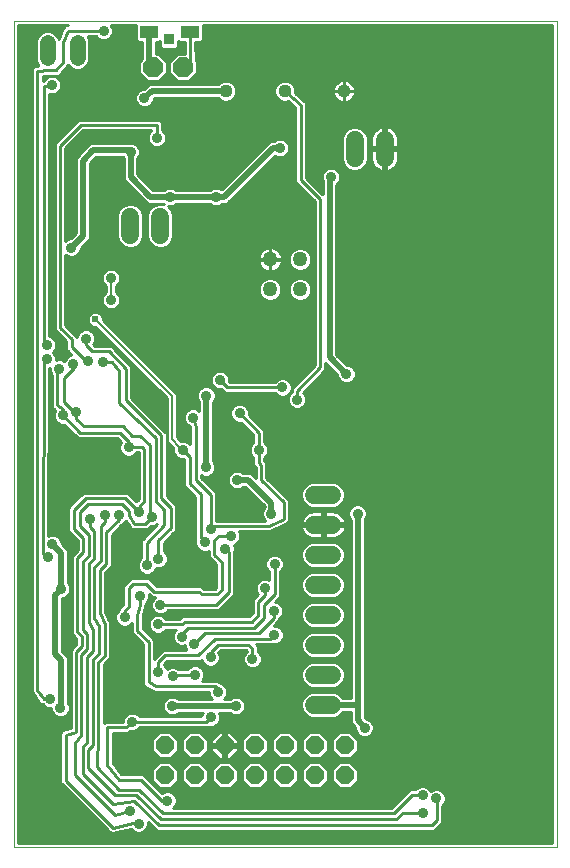
<source format=gbl>
G75*
%MOIN*%
%OFA0B0*%
%FSLAX25Y25*%
%IPPOS*%
%LPD*%
%AMOC8*
5,1,8,0,0,1.08239X$1,22.5*
%
%ADD10C,0.00000*%
%ADD11OC8,0.06600*%
%ADD12C,0.05000*%
%ADD13OC8,0.06000*%
%ADD14C,0.06000*%
%ADD15C,0.05200*%
%ADD16C,0.04400*%
%ADD17R,0.05906X0.04331*%
%ADD18R,0.03543X0.03543*%
%ADD19C,0.03562*%
%ADD20C,0.01969*%
%ADD21C,0.01000*%
%ADD22C,0.01600*%
%ADD23C,0.00800*%
%ADD24C,0.02400*%
D10*
X0002194Y0001500D02*
X0002194Y0277091D01*
X0183296Y0277091D01*
X0183296Y0001500D01*
X0002194Y0001500D01*
D11*
X0048644Y0261475D03*
X0058644Y0261475D03*
D12*
X0087682Y0197500D03*
X0087682Y0187500D03*
X0097682Y0187500D03*
X0097682Y0197500D03*
D13*
X0102594Y0035500D03*
X0102594Y0025500D03*
X0112594Y0025500D03*
X0112594Y0035500D03*
X0092594Y0035500D03*
X0092594Y0025500D03*
X0082594Y0025500D03*
X0082594Y0035500D03*
X0072594Y0035500D03*
X0072594Y0025500D03*
X0062594Y0025500D03*
X0062594Y0035500D03*
X0052594Y0035500D03*
X0052594Y0025500D03*
D14*
X0102351Y0049000D02*
X0108351Y0049000D01*
X0108351Y0059000D02*
X0102351Y0059000D01*
X0102351Y0069000D02*
X0108351Y0069000D01*
X0108351Y0079000D02*
X0102351Y0079000D01*
X0102351Y0089000D02*
X0108351Y0089000D01*
X0108351Y0099000D02*
X0102351Y0099000D01*
X0102351Y0109000D02*
X0108351Y0109000D01*
X0108351Y0119000D02*
X0102351Y0119000D01*
X0051115Y0205700D02*
X0051115Y0211700D01*
X0041115Y0211700D02*
X0041115Y0205700D01*
X0115873Y0231300D02*
X0115873Y0237300D01*
X0125873Y0237300D02*
X0125873Y0231300D01*
D15*
X0023522Y0264500D02*
X0023522Y0269700D01*
X0013522Y0269700D02*
X0013522Y0264500D01*
D16*
X0072909Y0253550D03*
X0092594Y0253550D03*
X0112279Y0253550D03*
D17*
X0060959Y0273375D03*
X0047179Y0273375D03*
D18*
X0054069Y0270816D03*
D19*
X0045823Y0251251D03*
X0049957Y0237987D03*
X0041199Y0233333D03*
X0054247Y0218348D03*
X0069679Y0218348D03*
X0090979Y0234652D03*
X0108030Y0224936D03*
X0113132Y0159207D03*
X0096729Y0150723D03*
X0091828Y0154778D03*
X0083951Y0133940D03*
X0076613Y0123949D03*
X0074694Y0136500D03*
X0077504Y0146168D03*
X0070914Y0157258D03*
X0066436Y0152085D03*
X0062070Y0144770D03*
X0058532Y0133927D03*
X0066407Y0128156D03*
X0059694Y0113000D03*
X0067908Y0107471D03*
X0065874Y0103152D03*
X0072792Y0101077D03*
X0074611Y0105328D03*
X0072194Y0112000D03*
X0088118Y0112725D03*
X0089197Y0095872D03*
X0085934Y0088014D03*
X0088945Y0080360D03*
X0089095Y0072352D03*
X0081810Y0064219D03*
X0070288Y0053345D03*
X0076296Y0048652D03*
X0067908Y0044833D03*
X0062577Y0059055D03*
X0067865Y0064814D03*
X0062280Y0069156D03*
X0058319Y0071770D03*
X0050398Y0075852D03*
X0051146Y0082325D03*
X0044359Y0085392D03*
X0039181Y0078172D03*
X0046603Y0095467D03*
X0050459Y0097702D03*
X0048390Y0111770D03*
X0044160Y0113219D03*
X0037276Y0112384D03*
X0032701Y0112180D03*
X0027713Y0111077D03*
X0015130Y0102577D03*
X0013536Y0098136D03*
X0018032Y0087581D03*
X0014398Y0050951D03*
X0017827Y0047864D03*
X0041636Y0043322D03*
X0050406Y0059821D03*
X0055170Y0058491D03*
X0055091Y0048652D03*
X0053496Y0017101D03*
X0043855Y0009420D03*
X0041075Y0013526D03*
X0017194Y0129000D03*
X0018611Y0145463D03*
X0023103Y0146546D03*
X0017307Y0161081D03*
X0022154Y0162585D03*
X0026961Y0163466D03*
X0032138Y0163336D03*
X0026398Y0171065D03*
X0034694Y0184000D03*
X0034694Y0191328D03*
X0021494Y0201428D03*
X0013339Y0168923D03*
X0013213Y0164332D03*
X0040516Y0134825D03*
X0044694Y0154000D03*
X0101799Y0132943D03*
X0116879Y0112725D03*
X0119177Y0041333D03*
X0119694Y0023000D03*
X0138520Y0018825D03*
X0138670Y0012806D03*
X0143162Y0017806D03*
X0014928Y0255540D03*
X0032194Y0273648D03*
D20*
X0047179Y0273375D02*
X0047394Y0264410D01*
X0048644Y0261475D01*
X0048199Y0253550D02*
X0045823Y0251251D01*
X0048199Y0253550D02*
X0072909Y0253550D01*
X0088620Y0234652D02*
X0072317Y0218348D01*
X0069679Y0218348D01*
X0054247Y0218348D01*
X0047818Y0218348D01*
X0041199Y0224967D01*
X0041199Y0233333D01*
X0041097Y0234000D02*
X0028699Y0234000D01*
X0025231Y0230373D01*
X0025231Y0205164D01*
X0021494Y0201428D01*
X0066436Y0152085D02*
X0066407Y0128156D01*
X0076613Y0123949D02*
X0080399Y0123949D01*
X0088031Y0116317D01*
X0088118Y0116317D02*
X0088118Y0112725D01*
X0116879Y0112725D02*
X0116879Y0050347D01*
X0116879Y0044000D01*
X0119177Y0041333D01*
X0116879Y0049000D02*
X0105351Y0049000D01*
X0076296Y0048652D02*
X0055091Y0048652D01*
X0018083Y0048497D02*
X0018083Y0063777D01*
X0015961Y0065899D01*
X0015961Y0085510D01*
X0018032Y0087338D01*
X0018032Y0087581D02*
X0018032Y0099675D01*
X0015130Y0102577D01*
X0018083Y0048497D02*
X0017827Y0047864D01*
X0113132Y0159207D02*
X0107518Y0164822D01*
X0107518Y0224424D01*
X0108030Y0224936D01*
X0090979Y0234652D02*
X0088620Y0234652D01*
D21*
X0086888Y0236150D02*
X0052477Y0236150D01*
X0052569Y0236242D02*
X0053038Y0237374D01*
X0053038Y0238600D01*
X0052569Y0239732D01*
X0051766Y0240535D01*
X0051767Y0240726D01*
X0051769Y0240728D01*
X0051769Y0241470D01*
X0051772Y0242088D01*
X0051820Y0242734D01*
X0051769Y0242793D01*
X0051769Y0242871D01*
X0051290Y0243350D01*
X0050847Y0243864D01*
X0050770Y0243870D01*
X0050715Y0243925D01*
X0050037Y0243925D01*
X0048983Y0244004D01*
X0048928Y0244059D01*
X0048250Y0244059D01*
X0047573Y0244109D01*
X0047514Y0244059D01*
X0025240Y0244059D01*
X0025230Y0244068D01*
X0024497Y0244059D01*
X0023763Y0244059D01*
X0023753Y0244049D01*
X0023739Y0244049D01*
X0023227Y0243523D01*
X0022708Y0243004D01*
X0022708Y0242990D01*
X0016398Y0236511D01*
X0015878Y0235991D01*
X0015878Y0235978D01*
X0015869Y0235968D01*
X0015878Y0235234D01*
X0015878Y0173992D01*
X0016933Y0172938D01*
X0019752Y0170118D01*
X0019752Y0168056D01*
X0019752Y0167367D01*
X0019752Y0167366D01*
X0020327Y0166792D01*
X0021478Y0165640D01*
X0020408Y0165197D01*
X0019542Y0164330D01*
X0019212Y0163533D01*
X0019052Y0163693D01*
X0017920Y0164162D01*
X0016694Y0164162D01*
X0016295Y0163997D01*
X0016295Y0164945D01*
X0015825Y0166077D01*
X0015338Y0166564D01*
X0015952Y0167178D01*
X0016421Y0168310D01*
X0016421Y0169536D01*
X0015952Y0170668D01*
X0015085Y0171535D01*
X0013994Y0171987D01*
X0013994Y0252592D01*
X0014315Y0252459D01*
X0015541Y0252459D01*
X0016673Y0252928D01*
X0017540Y0253795D01*
X0018009Y0254927D01*
X0018009Y0256153D01*
X0017540Y0257285D01*
X0016673Y0258152D01*
X0015541Y0258621D01*
X0014315Y0258621D01*
X0013182Y0258152D01*
X0012316Y0257285D01*
X0012246Y0257117D01*
X0012117Y0257106D01*
X0011895Y0257106D01*
X0011895Y0258557D01*
X0014090Y0258668D01*
X0015881Y0258668D01*
X0015985Y0258587D01*
X0016610Y0258668D01*
X0017240Y0258668D01*
X0017333Y0258761D01*
X0017464Y0258778D01*
X0017849Y0259277D01*
X0018294Y0259722D01*
X0018294Y0259854D01*
X0019962Y0262015D01*
X0020227Y0262280D01*
X0021313Y0261194D01*
X0022746Y0260600D01*
X0024298Y0260600D01*
X0025731Y0261194D01*
X0026828Y0262291D01*
X0027422Y0263724D01*
X0027422Y0270476D01*
X0026854Y0271848D01*
X0029636Y0271848D01*
X0030448Y0271036D01*
X0031581Y0270567D01*
X0032807Y0270567D01*
X0033939Y0271036D01*
X0034806Y0271902D01*
X0035275Y0273035D01*
X0035275Y0274260D01*
X0034806Y0275393D01*
X0034608Y0275591D01*
X0042926Y0275591D01*
X0042926Y0270671D01*
X0043688Y0269910D01*
X0044977Y0269910D01*
X0045099Y0264826D01*
X0044921Y0264386D01*
X0044959Y0264296D01*
X0044044Y0263380D01*
X0044044Y0259570D01*
X0046738Y0256875D01*
X0050549Y0256875D01*
X0053244Y0259570D01*
X0053244Y0263380D01*
X0050549Y0266075D01*
X0049639Y0266075D01*
X0049547Y0269910D01*
X0050670Y0269910D01*
X0050997Y0270237D01*
X0050997Y0268506D01*
X0051759Y0267744D01*
X0056379Y0267744D01*
X0057140Y0268506D01*
X0057140Y0270237D01*
X0057467Y0269910D01*
X0059216Y0269910D01*
X0059281Y0266075D01*
X0056738Y0266075D01*
X0054044Y0263380D01*
X0054044Y0259570D01*
X0056738Y0256875D01*
X0060549Y0256875D01*
X0063244Y0259570D01*
X0063244Y0263380D01*
X0062921Y0263703D01*
X0062817Y0269910D01*
X0064450Y0269910D01*
X0065211Y0270671D01*
X0065211Y0275591D01*
X0181796Y0275591D01*
X0181796Y0003000D01*
X0003694Y0003000D01*
X0003694Y0275591D01*
X0020223Y0275591D01*
X0019872Y0275448D01*
X0019480Y0275448D01*
X0019209Y0275177D01*
X0018855Y0275033D01*
X0018703Y0274671D01*
X0018425Y0274393D01*
X0018425Y0274011D01*
X0017182Y0271055D01*
X0016828Y0271909D01*
X0015731Y0273006D01*
X0014298Y0273600D01*
X0012746Y0273600D01*
X0011313Y0273006D01*
X0010216Y0271909D01*
X0009622Y0270476D01*
X0009622Y0263724D01*
X0010216Y0262291D01*
X0010419Y0262087D01*
X0010050Y0262069D01*
X0009350Y0262069D01*
X0009313Y0262032D01*
X0009260Y0262029D01*
X0008791Y0261510D01*
X0008295Y0261014D01*
X0008295Y0260962D01*
X0008260Y0260923D01*
X0008295Y0260224D01*
X0008295Y0054165D01*
X0008190Y0053594D01*
X0008295Y0053440D01*
X0008295Y0053254D01*
X0008706Y0052844D01*
X0010394Y0050391D01*
X0010394Y0050205D01*
X0010804Y0049795D01*
X0011134Y0049316D01*
X0011317Y0049282D01*
X0011448Y0049151D01*
X0011840Y0049151D01*
X0012652Y0048339D01*
X0013785Y0047870D01*
X0014746Y0047870D01*
X0014746Y0047251D01*
X0015215Y0046119D01*
X0016081Y0045252D01*
X0017214Y0044783D01*
X0018440Y0044783D01*
X0019572Y0045252D01*
X0020439Y0046119D01*
X0020908Y0047251D01*
X0020908Y0048477D01*
X0020439Y0049609D01*
X0020368Y0049680D01*
X0020368Y0064723D01*
X0018246Y0066845D01*
X0018246Y0084479D01*
X0018269Y0084500D01*
X0018645Y0084500D01*
X0019777Y0084969D01*
X0020644Y0085836D01*
X0021113Y0086968D01*
X0021113Y0088194D01*
X0020644Y0089326D01*
X0020316Y0089654D01*
X0020316Y0100621D01*
X0018978Y0101959D01*
X0018211Y0102726D01*
X0018211Y0103190D01*
X0017742Y0104322D01*
X0016875Y0105189D01*
X0015743Y0105658D01*
X0014517Y0105658D01*
X0013732Y0105333D01*
X0013990Y0160751D01*
X0013994Y0160754D01*
X0013994Y0161320D01*
X0014226Y0161416D01*
X0014226Y0160468D01*
X0014695Y0159336D01*
X0015000Y0159030D01*
X0015000Y0149621D01*
X0014923Y0149522D01*
X0015000Y0148891D01*
X0015000Y0148254D01*
X0015088Y0148166D01*
X0015104Y0148042D01*
X0015605Y0147650D01*
X0016023Y0147232D01*
X0015999Y0147208D01*
X0015530Y0146076D01*
X0015530Y0144850D01*
X0015999Y0143718D01*
X0016865Y0142851D01*
X0017998Y0142382D01*
X0019154Y0142382D01*
X0023095Y0138457D01*
X0023622Y0137930D01*
X0023624Y0137930D01*
X0023626Y0137928D01*
X0024371Y0137930D01*
X0036785Y0137930D01*
X0038021Y0136688D01*
X0037904Y0136570D01*
X0037435Y0135438D01*
X0037435Y0134212D01*
X0037904Y0133080D01*
X0038770Y0132213D01*
X0039903Y0131744D01*
X0041129Y0131744D01*
X0042261Y0132213D01*
X0043128Y0133080D01*
X0043185Y0133218D01*
X0043832Y0133218D01*
X0043832Y0117462D01*
X0043683Y0117362D01*
X0043483Y0117362D01*
X0043081Y0116960D01*
X0043025Y0116923D01*
X0041275Y0118672D01*
X0041275Y0118672D01*
X0040221Y0119727D01*
X0026237Y0119727D01*
X0025504Y0119737D01*
X0025494Y0119727D01*
X0025480Y0119727D01*
X0024961Y0119208D01*
X0021462Y0115800D01*
X0021448Y0115800D01*
X0020929Y0115281D01*
X0020404Y0114769D01*
X0020404Y0114755D01*
X0020394Y0114746D01*
X0020394Y0114012D01*
X0020384Y0113278D01*
X0020394Y0113268D01*
X0020394Y0108467D01*
X0020382Y0108455D01*
X0020394Y0107724D01*
X0020394Y0106992D01*
X0020406Y0106980D01*
X0020406Y0106964D01*
X0020931Y0106455D01*
X0021448Y0105938D01*
X0021465Y0105938D01*
X0023516Y0103951D01*
X0023516Y0100555D01*
X0022570Y0099609D01*
X0022033Y0099072D01*
X0021516Y0098555D01*
X0021516Y0098555D01*
X0021515Y0098554D01*
X0021515Y0097809D01*
X0021515Y0097064D01*
X0021515Y0097064D01*
X0021515Y0074160D01*
X0021515Y0073414D01*
X0021515Y0072669D01*
X0021516Y0072669D01*
X0021516Y0072669D01*
X0022033Y0072152D01*
X0022570Y0071615D01*
X0022570Y0071615D01*
X0023106Y0071079D01*
X0023106Y0069231D01*
X0021702Y0067758D01*
X0021189Y0067246D01*
X0021189Y0067221D01*
X0021172Y0067203D01*
X0021189Y0066478D01*
X0021189Y0041242D01*
X0019385Y0040800D01*
X0018857Y0040800D01*
X0018685Y0040629D01*
X0018450Y0040571D01*
X0018176Y0040119D01*
X0017802Y0039746D01*
X0017802Y0039503D01*
X0017677Y0039296D01*
X0017802Y0038783D01*
X0017802Y0024478D01*
X0017801Y0024477D01*
X0017802Y0023731D01*
X0017802Y0022989D01*
X0017804Y0022988D01*
X0017804Y0022985D01*
X0018331Y0022461D01*
X0018857Y0021935D01*
X0018859Y0021935D01*
X0033682Y0007177D01*
X0033733Y0006955D01*
X0034193Y0006668D01*
X0034577Y0006285D01*
X0034805Y0006286D01*
X0034998Y0006165D01*
X0035526Y0006287D01*
X0036068Y0006289D01*
X0036229Y0006450D01*
X0041297Y0007621D01*
X0042109Y0006808D01*
X0043242Y0006339D01*
X0044468Y0006339D01*
X0045600Y0006808D01*
X0046467Y0007675D01*
X0046936Y0008807D01*
X0046936Y0009960D01*
X0049859Y0007037D01*
X0142314Y0007037D01*
X0143369Y0008091D01*
X0143976Y0008699D01*
X0143976Y0008699D01*
X0145011Y0009733D01*
X0145031Y0009753D01*
X0145031Y0015318D01*
X0145774Y0016061D01*
X0146243Y0017193D01*
X0146243Y0018419D01*
X0145774Y0019551D01*
X0144907Y0020418D01*
X0143775Y0020887D01*
X0142549Y0020887D01*
X0141416Y0020418D01*
X0141260Y0020261D01*
X0141132Y0020570D01*
X0140265Y0021437D01*
X0139133Y0021906D01*
X0137907Y0021906D01*
X0136774Y0021437D01*
X0136155Y0020818D01*
X0134319Y0020818D01*
X0128103Y0014602D01*
X0055354Y0014602D01*
X0056108Y0015356D01*
X0056577Y0016488D01*
X0056577Y0017714D01*
X0056108Y0018846D01*
X0055241Y0019713D01*
X0054109Y0020182D01*
X0052883Y0020182D01*
X0051750Y0019713D01*
X0051638Y0019601D01*
X0045439Y0025800D01*
X0038094Y0025800D01*
X0035244Y0029600D01*
X0035244Y0039700D01*
X0040439Y0039700D01*
X0040993Y0040253D01*
X0041023Y0040241D01*
X0042249Y0040241D01*
X0043381Y0040710D01*
X0044193Y0041522D01*
X0066323Y0041522D01*
X0066994Y0041467D01*
X0067057Y0041521D01*
X0067141Y0041521D01*
X0067141Y0041522D01*
X0067141Y0041522D01*
X0067371Y0041752D01*
X0068521Y0041752D01*
X0069653Y0042221D01*
X0070520Y0043087D01*
X0070989Y0044220D01*
X0070989Y0045446D01*
X0070607Y0046367D01*
X0074223Y0046367D01*
X0074550Y0046040D01*
X0075683Y0045570D01*
X0076909Y0045570D01*
X0078041Y0046040D01*
X0078908Y0046906D01*
X0079377Y0048039D01*
X0079377Y0049264D01*
X0078908Y0050397D01*
X0078041Y0051264D01*
X0076909Y0051733D01*
X0075683Y0051733D01*
X0074550Y0051264D01*
X0074223Y0050936D01*
X0072236Y0050936D01*
X0072900Y0051600D01*
X0073369Y0052732D01*
X0073369Y0053958D01*
X0072900Y0055090D01*
X0072033Y0055957D01*
X0071141Y0056326D01*
X0071080Y0056499D01*
X0070687Y0056686D01*
X0070378Y0056995D01*
X0070040Y0056995D01*
X0069734Y0057141D01*
X0069323Y0056995D01*
X0064874Y0056995D01*
X0065189Y0057310D01*
X0065658Y0058442D01*
X0065658Y0059668D01*
X0065189Y0060800D01*
X0064322Y0061667D01*
X0063190Y0062136D01*
X0061964Y0062136D01*
X0060831Y0061667D01*
X0060030Y0060866D01*
X0057152Y0060866D01*
X0056915Y0061103D01*
X0055783Y0061572D01*
X0054557Y0061572D01*
X0053424Y0061103D01*
X0053273Y0060952D01*
X0053018Y0061566D01*
X0052206Y0062378D01*
X0052206Y0062464D01*
X0053432Y0063690D01*
X0064471Y0063690D01*
X0064842Y0064061D01*
X0065253Y0063068D01*
X0066120Y0062202D01*
X0067252Y0061733D01*
X0068478Y0061733D01*
X0069610Y0062202D01*
X0070477Y0063068D01*
X0070946Y0064201D01*
X0070946Y0065427D01*
X0070479Y0066555D01*
X0071228Y0067305D01*
X0079745Y0067305D01*
X0080010Y0067040D01*
X0080010Y0066776D01*
X0079198Y0065964D01*
X0078729Y0064832D01*
X0078729Y0063606D01*
X0079198Y0062473D01*
X0080065Y0061607D01*
X0081197Y0061138D01*
X0082423Y0061138D01*
X0083555Y0061607D01*
X0084422Y0062473D01*
X0084891Y0063606D01*
X0084891Y0064832D01*
X0084422Y0065964D01*
X0083610Y0066776D01*
X0083610Y0068531D01*
X0083593Y0068548D01*
X0082935Y0069206D01*
X0088495Y0069206D01*
X0088560Y0069271D01*
X0089708Y0069271D01*
X0090841Y0069740D01*
X0091707Y0070607D01*
X0092177Y0071739D01*
X0092177Y0072965D01*
X0091707Y0074097D01*
X0090841Y0074964D01*
X0089708Y0075433D01*
X0089009Y0075433D01*
X0089691Y0076115D01*
X0090745Y0077169D01*
X0090745Y0077803D01*
X0091557Y0078615D01*
X0092027Y0079747D01*
X0092027Y0080973D01*
X0091557Y0082105D01*
X0090691Y0082972D01*
X0089558Y0083441D01*
X0089316Y0083441D01*
X0089943Y0084068D01*
X0090997Y0085122D01*
X0090997Y0093315D01*
X0091809Y0094127D01*
X0092279Y0095259D01*
X0092279Y0096485D01*
X0091809Y0097617D01*
X0090943Y0098484D01*
X0089810Y0098953D01*
X0088585Y0098953D01*
X0087452Y0098484D01*
X0086585Y0097617D01*
X0086116Y0096485D01*
X0086116Y0095259D01*
X0086585Y0094127D01*
X0087397Y0093315D01*
X0087397Y0090743D01*
X0086547Y0091095D01*
X0085322Y0091095D01*
X0084189Y0090626D01*
X0083322Y0089759D01*
X0082853Y0088627D01*
X0082853Y0087401D01*
X0083322Y0086269D01*
X0083733Y0085858D01*
X0082996Y0085121D01*
X0081941Y0084066D01*
X0081941Y0079652D01*
X0080815Y0078526D01*
X0058468Y0078526D01*
X0057816Y0077874D01*
X0057594Y0077652D01*
X0052955Y0077652D01*
X0052143Y0078464D01*
X0051011Y0078933D01*
X0049785Y0078933D01*
X0048652Y0078464D01*
X0047786Y0077597D01*
X0047317Y0076465D01*
X0047317Y0075239D01*
X0047786Y0074107D01*
X0048652Y0073240D01*
X0049785Y0072771D01*
X0051011Y0072771D01*
X0052143Y0073240D01*
X0052955Y0074052D01*
X0056243Y0074052D01*
X0055707Y0073515D01*
X0055238Y0072383D01*
X0055238Y0071157D01*
X0055707Y0070025D01*
X0056573Y0069158D01*
X0057706Y0068689D01*
X0058932Y0068689D01*
X0059199Y0068799D01*
X0059199Y0068543D01*
X0059668Y0067411D01*
X0059788Y0067290D01*
X0051941Y0067290D01*
X0049661Y0065010D01*
X0048994Y0064343D01*
X0048994Y0069269D01*
X0048994Y0069269D01*
X0048994Y0070015D01*
X0048994Y0070759D01*
X0048993Y0070760D01*
X0048993Y0070760D01*
X0048464Y0071290D01*
X0047939Y0071814D01*
X0045244Y0074506D01*
X0045244Y0078834D01*
X0045969Y0081492D01*
X0046159Y0081681D01*
X0046159Y0082186D01*
X0046291Y0082672D01*
X0046184Y0082860D01*
X0046971Y0083647D01*
X0047440Y0084779D01*
X0047440Y0085793D01*
X0048365Y0084868D01*
X0049331Y0084868D01*
X0048534Y0084070D01*
X0048065Y0082938D01*
X0048065Y0081712D01*
X0048534Y0080580D01*
X0049400Y0079713D01*
X0050533Y0079244D01*
X0051759Y0079244D01*
X0052891Y0079713D01*
X0053703Y0080525D01*
X0069681Y0080525D01*
X0070415Y0080515D01*
X0070425Y0080525D01*
X0070439Y0080525D01*
X0070958Y0081043D01*
X0074717Y0084700D01*
X0074731Y0084700D01*
X0075250Y0085219D01*
X0075775Y0085730D01*
X0075775Y0085744D01*
X0075785Y0085754D01*
X0075785Y0086487D01*
X0075796Y0087221D01*
X0075785Y0087231D01*
X0075785Y0099221D01*
X0075839Y0099283D01*
X0075785Y0099955D01*
X0075785Y0100251D01*
X0075874Y0100464D01*
X0075874Y0101690D01*
X0075582Y0102395D01*
X0076357Y0102716D01*
X0077223Y0103583D01*
X0077693Y0104715D01*
X0077693Y0105941D01*
X0077334Y0106806D01*
X0086902Y0106806D01*
X0087332Y0106663D01*
X0087619Y0106806D01*
X0087939Y0106806D01*
X0088260Y0107127D01*
X0092619Y0109306D01*
X0092939Y0109306D01*
X0093260Y0109627D01*
X0093666Y0109830D01*
X0093767Y0110134D01*
X0093994Y0110361D01*
X0093994Y0110814D01*
X0094137Y0111244D01*
X0093994Y0111531D01*
X0093994Y0117246D01*
X0086494Y0124746D01*
X0086494Y0129746D01*
X0085751Y0130488D01*
X0085751Y0131383D01*
X0086563Y0132195D01*
X0087033Y0133327D01*
X0087033Y0134553D01*
X0086563Y0135685D01*
X0085751Y0136497D01*
X0085751Y0140466D01*
X0084697Y0141520D01*
X0080585Y0145632D01*
X0080585Y0146781D01*
X0080116Y0147913D01*
X0079249Y0148780D01*
X0078117Y0149249D01*
X0076891Y0149249D01*
X0075758Y0148780D01*
X0074892Y0147913D01*
X0074423Y0146781D01*
X0074423Y0145555D01*
X0074892Y0144423D01*
X0075758Y0143556D01*
X0076891Y0143087D01*
X0078039Y0143087D01*
X0082151Y0138974D01*
X0082151Y0136497D01*
X0081339Y0135685D01*
X0080870Y0134553D01*
X0080870Y0133327D01*
X0081339Y0132195D01*
X0082151Y0131383D01*
X0082151Y0128997D01*
X0082894Y0128254D01*
X0082894Y0124685D01*
X0081346Y0126233D01*
X0078685Y0126233D01*
X0078358Y0126561D01*
X0077226Y0127030D01*
X0076000Y0127030D01*
X0074867Y0126561D01*
X0074001Y0125694D01*
X0073532Y0124562D01*
X0073532Y0123336D01*
X0074001Y0122204D01*
X0074867Y0121337D01*
X0076000Y0120868D01*
X0077226Y0120868D01*
X0078358Y0121337D01*
X0078685Y0121664D01*
X0079453Y0121664D01*
X0085834Y0115284D01*
X0085834Y0114798D01*
X0085506Y0114470D01*
X0085037Y0113338D01*
X0085037Y0112112D01*
X0085506Y0110980D01*
X0086080Y0110406D01*
X0069708Y0110406D01*
X0069708Y0118261D01*
X0069713Y0118266D01*
X0069708Y0119006D01*
X0069708Y0119746D01*
X0069703Y0119751D01*
X0069703Y0119758D01*
X0069177Y0120277D01*
X0068653Y0120800D01*
X0068646Y0120800D01*
X0064641Y0124753D01*
X0064641Y0125564D01*
X0064662Y0125544D01*
X0065794Y0125075D01*
X0067020Y0125075D01*
X0068152Y0125544D01*
X0069019Y0126410D01*
X0069488Y0127543D01*
X0069488Y0128769D01*
X0069019Y0129901D01*
X0068694Y0130226D01*
X0068718Y0150009D01*
X0069048Y0150339D01*
X0069517Y0151472D01*
X0069517Y0152698D01*
X0069048Y0153830D01*
X0068181Y0154697D01*
X0067049Y0155166D01*
X0065823Y0155166D01*
X0064691Y0154697D01*
X0063824Y0153830D01*
X0063355Y0152698D01*
X0063355Y0151472D01*
X0063824Y0150339D01*
X0064149Y0150014D01*
X0064145Y0147052D01*
X0063815Y0147382D01*
X0062683Y0147851D01*
X0061457Y0147851D01*
X0060325Y0147382D01*
X0059458Y0146515D01*
X0058989Y0145383D01*
X0058989Y0144157D01*
X0059458Y0143025D01*
X0060325Y0142158D01*
X0060892Y0141923D01*
X0061041Y0141291D01*
X0061041Y0135776D01*
X0060278Y0136539D01*
X0059145Y0137008D01*
X0057920Y0137008D01*
X0057899Y0136999D01*
X0056694Y0138204D01*
X0056694Y0152604D01*
X0055698Y0153600D01*
X0031894Y0177404D01*
X0031894Y0177997D01*
X0031513Y0178916D01*
X0030810Y0179619D01*
X0029891Y0180000D01*
X0028897Y0180000D01*
X0027978Y0179619D01*
X0027274Y0178916D01*
X0026894Y0177997D01*
X0026894Y0177003D01*
X0027274Y0176084D01*
X0027978Y0175381D01*
X0028897Y0175000D01*
X0029490Y0175000D01*
X0053294Y0151196D01*
X0053294Y0136796D01*
X0055480Y0134609D01*
X0055451Y0134540D01*
X0055451Y0133314D01*
X0055920Y0132182D01*
X0056787Y0131315D01*
X0057920Y0130846D01*
X0059068Y0130846D01*
X0059102Y0130811D01*
X0059102Y0122027D01*
X0062700Y0118429D01*
X0062700Y0103803D01*
X0062793Y0103711D01*
X0062793Y0102539D01*
X0063262Y0101407D01*
X0064128Y0100540D01*
X0065261Y0100071D01*
X0066487Y0100071D01*
X0067358Y0100432D01*
X0067358Y0099707D01*
X0067332Y0099679D01*
X0067358Y0098967D01*
X0067358Y0098254D01*
X0067386Y0098227D01*
X0067387Y0098189D01*
X0067909Y0097704D01*
X0068413Y0097200D01*
X0068451Y0097200D01*
X0069769Y0095976D01*
X0069769Y0088078D01*
X0069312Y0087621D01*
X0065637Y0087621D01*
X0064790Y0088468D01*
X0049856Y0088468D01*
X0048210Y0090113D01*
X0048210Y0090113D01*
X0047156Y0091168D01*
X0041287Y0091168D01*
X0040232Y0090113D01*
X0038728Y0088609D01*
X0038728Y0082386D01*
X0038568Y0082262D01*
X0038435Y0082262D01*
X0037990Y0081817D01*
X0037492Y0081433D01*
X0037475Y0081301D01*
X0037381Y0081207D01*
X0037381Y0080729D01*
X0036569Y0079917D01*
X0036100Y0078785D01*
X0036100Y0077559D01*
X0036569Y0076427D01*
X0037435Y0075560D01*
X0038568Y0075091D01*
X0039794Y0075091D01*
X0040926Y0075560D01*
X0041644Y0076278D01*
X0041644Y0074505D01*
X0041643Y0074505D01*
X0041644Y0073759D01*
X0041644Y0073014D01*
X0041644Y0073013D01*
X0042174Y0072484D01*
X0042698Y0071960D01*
X0042699Y0071960D01*
X0045394Y0069268D01*
X0045394Y0056942D01*
X0045253Y0056672D01*
X0045394Y0056224D01*
X0045394Y0055754D01*
X0045609Y0055539D01*
X0045700Y0055249D01*
X0046116Y0055032D01*
X0046448Y0054700D01*
X0046752Y0054700D01*
X0048616Y0053727D01*
X0048948Y0053395D01*
X0049252Y0053395D01*
X0049522Y0053254D01*
X0049970Y0053395D01*
X0067207Y0053395D01*
X0067207Y0052732D01*
X0067676Y0051600D01*
X0068339Y0050936D01*
X0057163Y0050936D01*
X0056836Y0051264D01*
X0055704Y0051733D01*
X0054478Y0051733D01*
X0053345Y0051264D01*
X0052479Y0050397D01*
X0052010Y0049264D01*
X0052010Y0048039D01*
X0052479Y0046906D01*
X0053345Y0046040D01*
X0054478Y0045570D01*
X0055704Y0045570D01*
X0056836Y0046040D01*
X0057163Y0046367D01*
X0065208Y0046367D01*
X0064827Y0045446D01*
X0064827Y0045122D01*
X0044193Y0045122D01*
X0043381Y0045934D01*
X0042249Y0046403D01*
X0041023Y0046403D01*
X0039891Y0045934D01*
X0039024Y0045067D01*
X0038555Y0043935D01*
X0038555Y0043300D01*
X0032698Y0043300D01*
X0032279Y0042881D01*
X0032279Y0062556D01*
X0033267Y0063545D01*
X0034322Y0064599D01*
X0034322Y0075684D01*
X0034469Y0076078D01*
X0034322Y0076401D01*
X0034322Y0076755D01*
X0034025Y0077052D01*
X0032751Y0079847D01*
X0032751Y0093225D01*
X0033833Y0094250D01*
X0033862Y0094250D01*
X0034372Y0094759D01*
X0034896Y0095255D01*
X0034896Y0095284D01*
X0034917Y0095304D01*
X0034917Y0096025D01*
X0034937Y0096745D01*
X0034917Y0096766D01*
X0034917Y0105750D01*
X0038086Y0108896D01*
X0038090Y0108896D01*
X0038616Y0109421D01*
X0038932Y0109735D01*
X0039021Y0109772D01*
X0039678Y0110429D01*
X0040590Y0108849D01*
X0040590Y0108586D01*
X0040950Y0108226D01*
X0041205Y0107786D01*
X0041459Y0107718D01*
X0041645Y0107532D01*
X0042154Y0107532D01*
X0042645Y0107400D01*
X0042873Y0107532D01*
X0045454Y0107532D01*
X0045488Y0107501D01*
X0046193Y0107532D01*
X0046900Y0107532D01*
X0046932Y0107564D01*
X0046977Y0107566D01*
X0047455Y0108087D01*
X0047954Y0108586D01*
X0047954Y0108632D01*
X0048007Y0108689D01*
X0049003Y0108689D01*
X0050029Y0109114D01*
X0045327Y0104349D01*
X0044803Y0103825D01*
X0044803Y0103818D01*
X0044799Y0103814D01*
X0044803Y0103074D01*
X0044803Y0098024D01*
X0043991Y0097212D01*
X0043522Y0096080D01*
X0043522Y0094854D01*
X0043991Y0093722D01*
X0044858Y0092855D01*
X0045991Y0092386D01*
X0047216Y0092386D01*
X0048349Y0092855D01*
X0049216Y0093722D01*
X0049626Y0094712D01*
X0049846Y0094621D01*
X0051072Y0094621D01*
X0052204Y0095090D01*
X0053071Y0095957D01*
X0053540Y0097089D01*
X0053540Y0098315D01*
X0053071Y0099447D01*
X0052271Y0100246D01*
X0052271Y0103052D01*
X0055434Y0106186D01*
X0055439Y0106186D01*
X0055964Y0106711D01*
X0056490Y0107232D01*
X0056490Y0107237D01*
X0056494Y0107240D01*
X0056494Y0107981D01*
X0056497Y0108723D01*
X0056494Y0108727D01*
X0056494Y0113940D01*
X0056498Y0113944D01*
X0056494Y0114685D01*
X0056494Y0115424D01*
X0056489Y0115429D01*
X0056489Y0115435D01*
X0055963Y0115955D01*
X0055439Y0116479D01*
X0055433Y0116479D01*
X0053187Y0118698D01*
X0053187Y0138052D01*
X0053189Y0138054D01*
X0053187Y0138796D01*
X0053187Y0139541D01*
X0053186Y0139543D01*
X0053186Y0139545D01*
X0052661Y0140068D01*
X0052133Y0140596D01*
X0052131Y0140596D01*
X0041494Y0151190D01*
X0041494Y0161088D01*
X0041497Y0161830D01*
X0041494Y0161833D01*
X0041494Y0161837D01*
X0040969Y0162362D01*
X0035698Y0167676D01*
X0035698Y0167680D01*
X0035173Y0168206D01*
X0034651Y0168732D01*
X0034647Y0168732D01*
X0034644Y0168735D01*
X0033903Y0168735D01*
X0033160Y0168738D01*
X0033157Y0168735D01*
X0029211Y0168735D01*
X0028818Y0169128D01*
X0029010Y0169320D01*
X0029480Y0170452D01*
X0029480Y0171678D01*
X0029010Y0172810D01*
X0028144Y0173677D01*
X0027011Y0174146D01*
X0025786Y0174146D01*
X0024653Y0173677D01*
X0023786Y0172810D01*
X0023317Y0171678D01*
X0023317Y0171645D01*
X0022298Y0172664D01*
X0019478Y0175483D01*
X0019478Y0199086D01*
X0019749Y0198816D01*
X0020881Y0198347D01*
X0022107Y0198347D01*
X0023239Y0198816D01*
X0024106Y0199682D01*
X0024575Y0200815D01*
X0024575Y0201278D01*
X0026177Y0202879D01*
X0026835Y0203537D01*
X0027515Y0204217D01*
X0027515Y0204217D01*
X0027515Y0204217D01*
X0027515Y0205162D01*
X0027515Y0206110D01*
X0027515Y0229456D01*
X0029675Y0231716D01*
X0038534Y0231716D01*
X0038587Y0231587D01*
X0038914Y0231260D01*
X0038914Y0224020D01*
X0040253Y0222682D01*
X0045533Y0217401D01*
X0046872Y0216063D01*
X0052174Y0216063D01*
X0052426Y0215811D01*
X0051970Y0216000D01*
X0050260Y0216000D01*
X0048679Y0215345D01*
X0047470Y0214136D01*
X0046815Y0212555D01*
X0046815Y0204845D01*
X0047470Y0203264D01*
X0048679Y0202055D01*
X0050260Y0201400D01*
X0051970Y0201400D01*
X0053551Y0202055D01*
X0054760Y0203264D01*
X0055415Y0204845D01*
X0055415Y0212555D01*
X0054760Y0214136D01*
X0053627Y0215270D01*
X0053634Y0215267D01*
X0054860Y0215267D01*
X0055992Y0215736D01*
X0056320Y0216063D01*
X0067606Y0216063D01*
X0067934Y0215736D01*
X0069066Y0215267D01*
X0070292Y0215267D01*
X0071424Y0215736D01*
X0071752Y0216063D01*
X0072312Y0216063D01*
X0073263Y0216063D01*
X0073263Y0216063D01*
X0073263Y0216063D01*
X0074053Y0216853D01*
X0074601Y0217401D01*
X0074601Y0217401D01*
X0089237Y0232038D01*
X0090366Y0231571D01*
X0091592Y0231571D01*
X0092724Y0232040D01*
X0093591Y0232906D01*
X0094060Y0234039D01*
X0094060Y0235265D01*
X0093591Y0236397D01*
X0092724Y0237264D01*
X0091592Y0237733D01*
X0090366Y0237733D01*
X0089234Y0237264D01*
X0088906Y0236936D01*
X0087674Y0236936D01*
X0087674Y0236936D01*
X0087673Y0236936D01*
X0086878Y0236140D01*
X0086335Y0235598D01*
X0086335Y0235598D01*
X0071561Y0220823D01*
X0071424Y0220960D01*
X0070292Y0221429D01*
X0069066Y0221429D01*
X0067934Y0220960D01*
X0067606Y0220632D01*
X0056320Y0220632D01*
X0055992Y0220960D01*
X0054860Y0221429D01*
X0053634Y0221429D01*
X0052502Y0220960D01*
X0052174Y0220632D01*
X0048764Y0220632D01*
X0043483Y0225913D01*
X0043483Y0231260D01*
X0043811Y0231587D01*
X0044280Y0232720D01*
X0044280Y0233946D01*
X0043811Y0235078D01*
X0042944Y0235945D01*
X0041812Y0236414D01*
X0040586Y0236414D01*
X0040274Y0236284D01*
X0029615Y0236284D01*
X0029594Y0236305D01*
X0028673Y0236284D01*
X0027753Y0236284D01*
X0027731Y0236263D01*
X0027702Y0236263D01*
X0027065Y0235597D01*
X0026414Y0234946D01*
X0026414Y0234916D01*
X0023597Y0231970D01*
X0022946Y0231319D01*
X0022946Y0231289D01*
X0022926Y0231267D01*
X0022946Y0230347D01*
X0022946Y0206110D01*
X0021345Y0204509D01*
X0020881Y0204509D01*
X0019749Y0204040D01*
X0019478Y0203770D01*
X0019478Y0234514D01*
X0025268Y0240459D01*
X0048071Y0240459D01*
X0047345Y0239732D01*
X0046876Y0238600D01*
X0046876Y0237374D01*
X0047345Y0236242D01*
X0048211Y0235375D01*
X0049344Y0234906D01*
X0050570Y0234906D01*
X0051702Y0235375D01*
X0052569Y0236242D01*
X0052944Y0237149D02*
X0089119Y0237149D01*
X0092839Y0237149D02*
X0096039Y0237149D01*
X0096039Y0238147D02*
X0053038Y0238147D01*
X0052812Y0239146D02*
X0096039Y0239146D01*
X0096039Y0240144D02*
X0052157Y0240144D01*
X0051769Y0241143D02*
X0096039Y0241143D01*
X0096039Y0242141D02*
X0051776Y0242141D01*
X0051500Y0243140D02*
X0096039Y0243140D01*
X0096039Y0244138D02*
X0013994Y0244138D01*
X0013994Y0243140D02*
X0022844Y0243140D01*
X0021882Y0242141D02*
X0013994Y0242141D01*
X0013994Y0241143D02*
X0020909Y0241143D01*
X0019937Y0240144D02*
X0013994Y0240144D01*
X0013994Y0239146D02*
X0018964Y0239146D01*
X0017992Y0238147D02*
X0013994Y0238147D01*
X0013994Y0237149D02*
X0017019Y0237149D01*
X0016037Y0236150D02*
X0013994Y0236150D01*
X0013994Y0235152D02*
X0015878Y0235152D01*
X0015878Y0234153D02*
X0013994Y0234153D01*
X0013994Y0233155D02*
X0015878Y0233155D01*
X0015878Y0232156D02*
X0013994Y0232156D01*
X0013994Y0231158D02*
X0015878Y0231158D01*
X0015878Y0230159D02*
X0013994Y0230159D01*
X0013994Y0229161D02*
X0015878Y0229161D01*
X0015878Y0228162D02*
X0013994Y0228162D01*
X0013994Y0227164D02*
X0015878Y0227164D01*
X0015878Y0226165D02*
X0013994Y0226165D01*
X0013994Y0225167D02*
X0015878Y0225167D01*
X0015878Y0224168D02*
X0013994Y0224168D01*
X0013994Y0223170D02*
X0015878Y0223170D01*
X0015878Y0222171D02*
X0013994Y0222171D01*
X0013994Y0221172D02*
X0015878Y0221172D01*
X0015878Y0220174D02*
X0013994Y0220174D01*
X0013994Y0219175D02*
X0015878Y0219175D01*
X0015878Y0218177D02*
X0013994Y0218177D01*
X0013994Y0217178D02*
X0015878Y0217178D01*
X0015878Y0216180D02*
X0013994Y0216180D01*
X0013994Y0215181D02*
X0015878Y0215181D01*
X0015878Y0214183D02*
X0013994Y0214183D01*
X0013994Y0213184D02*
X0015878Y0213184D01*
X0015878Y0212186D02*
X0013994Y0212186D01*
X0013994Y0211187D02*
X0015878Y0211187D01*
X0015878Y0210189D02*
X0013994Y0210189D01*
X0013994Y0209190D02*
X0015878Y0209190D01*
X0015878Y0208192D02*
X0013994Y0208192D01*
X0013994Y0207193D02*
X0015878Y0207193D01*
X0015878Y0206195D02*
X0013994Y0206195D01*
X0013994Y0205196D02*
X0015878Y0205196D01*
X0015878Y0204198D02*
X0013994Y0204198D01*
X0013994Y0203199D02*
X0015878Y0203199D01*
X0015878Y0202201D02*
X0013994Y0202201D01*
X0013994Y0201202D02*
X0015878Y0201202D01*
X0015878Y0200204D02*
X0013994Y0200204D01*
X0013994Y0199205D02*
X0015878Y0199205D01*
X0015878Y0198207D02*
X0013994Y0198207D01*
X0013994Y0197208D02*
X0015878Y0197208D01*
X0015878Y0196210D02*
X0013994Y0196210D01*
X0013994Y0195211D02*
X0015878Y0195211D01*
X0015878Y0194213D02*
X0013994Y0194213D01*
X0013994Y0193214D02*
X0015878Y0193214D01*
X0015878Y0192216D02*
X0013994Y0192216D01*
X0013994Y0191217D02*
X0015878Y0191217D01*
X0015878Y0190219D02*
X0013994Y0190219D01*
X0013994Y0189220D02*
X0015878Y0189220D01*
X0015878Y0188222D02*
X0013994Y0188222D01*
X0013994Y0187223D02*
X0015878Y0187223D01*
X0015878Y0186225D02*
X0013994Y0186225D01*
X0013994Y0185226D02*
X0015878Y0185226D01*
X0015878Y0184228D02*
X0013994Y0184228D01*
X0013994Y0183229D02*
X0015878Y0183229D01*
X0015878Y0182231D02*
X0013994Y0182231D01*
X0013994Y0181232D02*
X0015878Y0181232D01*
X0015878Y0180234D02*
X0013994Y0180234D01*
X0013994Y0179235D02*
X0015878Y0179235D01*
X0015878Y0178237D02*
X0013994Y0178237D01*
X0013994Y0177238D02*
X0015878Y0177238D01*
X0015878Y0176239D02*
X0013994Y0176239D01*
X0013994Y0175241D02*
X0015878Y0175241D01*
X0015878Y0174242D02*
X0013994Y0174242D01*
X0013994Y0173244D02*
X0016627Y0173244D01*
X0016933Y0172938D02*
X0016933Y0172938D01*
X0017625Y0172245D02*
X0013994Y0172245D01*
X0015373Y0171247D02*
X0018624Y0171247D01*
X0019622Y0170248D02*
X0016125Y0170248D01*
X0016421Y0169250D02*
X0019752Y0169250D01*
X0019752Y0168251D02*
X0016396Y0168251D01*
X0015983Y0167253D02*
X0019866Y0167253D01*
X0019752Y0167366D02*
X0019752Y0167366D01*
X0020864Y0166254D02*
X0015648Y0166254D01*
X0016166Y0165256D02*
X0020551Y0165256D01*
X0019511Y0164257D02*
X0016295Y0164257D01*
X0013213Y0164332D02*
X0012194Y0163312D01*
X0012194Y0161500D01*
X0011914Y0101500D01*
X0011914Y0099467D01*
X0013079Y0098136D01*
X0013536Y0098136D01*
X0018145Y0103348D02*
X0023516Y0103348D01*
X0023516Y0102350D02*
X0018588Y0102350D01*
X0019586Y0101351D02*
X0023516Y0101351D01*
X0023314Y0100353D02*
X0020316Y0100353D01*
X0020316Y0099354D02*
X0022315Y0099354D01*
X0022570Y0099609D02*
X0022570Y0099609D01*
X0021515Y0098356D02*
X0020316Y0098356D01*
X0020316Y0097357D02*
X0021515Y0097357D01*
X0021515Y0096359D02*
X0020316Y0096359D01*
X0020316Y0095360D02*
X0021515Y0095360D01*
X0021515Y0094362D02*
X0020316Y0094362D01*
X0020316Y0093363D02*
X0021515Y0093363D01*
X0021515Y0092365D02*
X0020316Y0092365D01*
X0020316Y0091366D02*
X0021515Y0091366D01*
X0021515Y0090368D02*
X0020316Y0090368D01*
X0020601Y0089369D02*
X0021515Y0089369D01*
X0021515Y0088370D02*
X0021040Y0088370D01*
X0021113Y0087372D02*
X0021515Y0087372D01*
X0021515Y0086373D02*
X0020866Y0086373D01*
X0021515Y0085375D02*
X0020183Y0085375D01*
X0021515Y0084376D02*
X0018246Y0084376D01*
X0018246Y0083378D02*
X0021515Y0083378D01*
X0021515Y0082379D02*
X0018246Y0082379D01*
X0018246Y0081381D02*
X0021515Y0081381D01*
X0021515Y0080382D02*
X0018246Y0080382D01*
X0018246Y0079384D02*
X0021515Y0079384D01*
X0021515Y0078385D02*
X0018246Y0078385D01*
X0018246Y0077387D02*
X0021515Y0077387D01*
X0021515Y0076388D02*
X0018246Y0076388D01*
X0018246Y0075390D02*
X0021515Y0075390D01*
X0021515Y0074391D02*
X0018246Y0074391D01*
X0018246Y0073393D02*
X0021515Y0073393D01*
X0021515Y0074160D02*
X0021515Y0074160D01*
X0021790Y0072394D02*
X0018246Y0072394D01*
X0018246Y0071396D02*
X0022789Y0071396D01*
X0023106Y0070397D02*
X0018246Y0070397D01*
X0018246Y0069399D02*
X0023106Y0069399D01*
X0022314Y0068400D02*
X0018246Y0068400D01*
X0018246Y0067402D02*
X0021346Y0067402D01*
X0021189Y0066403D02*
X0018688Y0066403D01*
X0019686Y0065405D02*
X0021189Y0065405D01*
X0021189Y0064406D02*
X0020368Y0064406D01*
X0020368Y0063408D02*
X0021189Y0063408D01*
X0021189Y0062409D02*
X0020368Y0062409D01*
X0020368Y0061411D02*
X0021189Y0061411D01*
X0021189Y0060412D02*
X0020368Y0060412D01*
X0020368Y0059414D02*
X0021189Y0059414D01*
X0021189Y0058415D02*
X0020368Y0058415D01*
X0020368Y0057417D02*
X0021189Y0057417D01*
X0021189Y0056418D02*
X0020368Y0056418D01*
X0020368Y0055420D02*
X0021189Y0055420D01*
X0021189Y0054421D02*
X0020368Y0054421D01*
X0020368Y0053423D02*
X0021189Y0053423D01*
X0021189Y0052424D02*
X0020368Y0052424D01*
X0020368Y0051426D02*
X0021189Y0051426D01*
X0021189Y0050427D02*
X0020368Y0050427D01*
X0020513Y0049429D02*
X0021189Y0049429D01*
X0021189Y0048430D02*
X0020908Y0048430D01*
X0020908Y0047432D02*
X0021189Y0047432D01*
X0021189Y0046433D02*
X0020569Y0046433D01*
X0021189Y0045434D02*
X0019755Y0045434D01*
X0021189Y0044436D02*
X0003694Y0044436D01*
X0003694Y0045434D02*
X0015899Y0045434D01*
X0015084Y0046433D02*
X0003694Y0046433D01*
X0003694Y0047432D02*
X0014746Y0047432D01*
X0012561Y0048430D02*
X0003694Y0048430D01*
X0003694Y0049429D02*
X0011056Y0049429D01*
X0010369Y0050427D02*
X0003694Y0050427D01*
X0003694Y0051426D02*
X0009682Y0051426D01*
X0008995Y0052424D02*
X0003694Y0052424D01*
X0003694Y0053423D02*
X0008295Y0053423D01*
X0008295Y0054421D02*
X0003694Y0054421D01*
X0003694Y0055420D02*
X0008295Y0055420D01*
X0008295Y0056418D02*
X0003694Y0056418D01*
X0003694Y0057417D02*
X0008295Y0057417D01*
X0008295Y0058415D02*
X0003694Y0058415D01*
X0003694Y0059414D02*
X0008295Y0059414D01*
X0008295Y0060412D02*
X0003694Y0060412D01*
X0003694Y0061411D02*
X0008295Y0061411D01*
X0008295Y0062409D02*
X0003694Y0062409D01*
X0003694Y0063408D02*
X0008295Y0063408D01*
X0008295Y0064406D02*
X0003694Y0064406D01*
X0003694Y0065405D02*
X0008295Y0065405D01*
X0008295Y0066403D02*
X0003694Y0066403D01*
X0003694Y0067402D02*
X0008295Y0067402D01*
X0008295Y0068400D02*
X0003694Y0068400D01*
X0003694Y0069399D02*
X0008295Y0069399D01*
X0008295Y0070397D02*
X0003694Y0070397D01*
X0003694Y0071396D02*
X0008295Y0071396D01*
X0008295Y0072394D02*
X0003694Y0072394D01*
X0003694Y0073393D02*
X0008295Y0073393D01*
X0008295Y0074391D02*
X0003694Y0074391D01*
X0003694Y0075390D02*
X0008295Y0075390D01*
X0008295Y0076388D02*
X0003694Y0076388D01*
X0003694Y0077387D02*
X0008295Y0077387D01*
X0008295Y0078385D02*
X0003694Y0078385D01*
X0003694Y0079384D02*
X0008295Y0079384D01*
X0008295Y0080382D02*
X0003694Y0080382D01*
X0003694Y0081381D02*
X0008295Y0081381D01*
X0008295Y0082379D02*
X0003694Y0082379D01*
X0003694Y0083378D02*
X0008295Y0083378D01*
X0008295Y0084376D02*
X0003694Y0084376D01*
X0003694Y0085375D02*
X0008295Y0085375D01*
X0008295Y0086373D02*
X0003694Y0086373D01*
X0003694Y0087372D02*
X0008295Y0087372D01*
X0008295Y0088370D02*
X0003694Y0088370D01*
X0003694Y0089369D02*
X0008295Y0089369D01*
X0008295Y0090368D02*
X0003694Y0090368D01*
X0003694Y0091366D02*
X0008295Y0091366D01*
X0008295Y0092365D02*
X0003694Y0092365D01*
X0003694Y0093363D02*
X0008295Y0093363D01*
X0008295Y0094362D02*
X0003694Y0094362D01*
X0003694Y0095360D02*
X0008295Y0095360D01*
X0008295Y0096359D02*
X0003694Y0096359D01*
X0003694Y0097357D02*
X0008295Y0097357D01*
X0008295Y0098356D02*
X0003694Y0098356D01*
X0003694Y0099354D02*
X0008295Y0099354D01*
X0008295Y0100353D02*
X0003694Y0100353D01*
X0003694Y0101351D02*
X0008295Y0101351D01*
X0008295Y0102350D02*
X0003694Y0102350D01*
X0003694Y0103348D02*
X0008295Y0103348D01*
X0008295Y0104347D02*
X0003694Y0104347D01*
X0003694Y0105345D02*
X0008295Y0105345D01*
X0008295Y0106344D02*
X0003694Y0106344D01*
X0003694Y0107342D02*
X0008295Y0107342D01*
X0008295Y0108341D02*
X0003694Y0108341D01*
X0003694Y0109339D02*
X0008295Y0109339D01*
X0008295Y0110338D02*
X0003694Y0110338D01*
X0003694Y0111336D02*
X0008295Y0111336D01*
X0008295Y0112335D02*
X0003694Y0112335D01*
X0003694Y0113333D02*
X0008295Y0113333D01*
X0008295Y0114332D02*
X0003694Y0114332D01*
X0003694Y0115330D02*
X0008295Y0115330D01*
X0008295Y0116329D02*
X0003694Y0116329D01*
X0003694Y0117327D02*
X0008295Y0117327D01*
X0008295Y0118326D02*
X0003694Y0118326D01*
X0003694Y0119324D02*
X0008295Y0119324D01*
X0008295Y0120323D02*
X0003694Y0120323D01*
X0003694Y0121321D02*
X0008295Y0121321D01*
X0008295Y0122320D02*
X0003694Y0122320D01*
X0003694Y0123318D02*
X0008295Y0123318D01*
X0008295Y0124317D02*
X0003694Y0124317D01*
X0003694Y0125315D02*
X0008295Y0125315D01*
X0008295Y0126314D02*
X0003694Y0126314D01*
X0003694Y0127312D02*
X0008295Y0127312D01*
X0008295Y0128311D02*
X0003694Y0128311D01*
X0003694Y0129309D02*
X0008295Y0129309D01*
X0008295Y0130308D02*
X0003694Y0130308D01*
X0003694Y0131306D02*
X0008295Y0131306D01*
X0008295Y0132305D02*
X0003694Y0132305D01*
X0003694Y0133303D02*
X0008295Y0133303D01*
X0008295Y0134302D02*
X0003694Y0134302D01*
X0003694Y0135301D02*
X0008295Y0135301D01*
X0008295Y0136299D02*
X0003694Y0136299D01*
X0003694Y0137298D02*
X0008295Y0137298D01*
X0008295Y0138296D02*
X0003694Y0138296D01*
X0003694Y0139295D02*
X0008295Y0139295D01*
X0008295Y0140293D02*
X0003694Y0140293D01*
X0003694Y0141292D02*
X0008295Y0141292D01*
X0008295Y0142290D02*
X0003694Y0142290D01*
X0003694Y0143289D02*
X0008295Y0143289D01*
X0008295Y0144287D02*
X0003694Y0144287D01*
X0003694Y0145286D02*
X0008295Y0145286D01*
X0008295Y0146284D02*
X0003694Y0146284D01*
X0003694Y0147283D02*
X0008295Y0147283D01*
X0008295Y0148281D02*
X0003694Y0148281D01*
X0003694Y0149280D02*
X0008295Y0149280D01*
X0008295Y0150278D02*
X0003694Y0150278D01*
X0003694Y0151277D02*
X0008295Y0151277D01*
X0008295Y0152275D02*
X0003694Y0152275D01*
X0003694Y0153274D02*
X0008295Y0153274D01*
X0008295Y0154272D02*
X0003694Y0154272D01*
X0003694Y0155271D02*
X0008295Y0155271D01*
X0008295Y0156269D02*
X0003694Y0156269D01*
X0003694Y0157268D02*
X0008295Y0157268D01*
X0008295Y0158266D02*
X0003694Y0158266D01*
X0003694Y0159265D02*
X0008295Y0159265D01*
X0008295Y0160263D02*
X0003694Y0160263D01*
X0003694Y0161262D02*
X0008295Y0161262D01*
X0008295Y0162260D02*
X0003694Y0162260D01*
X0003694Y0163259D02*
X0008295Y0163259D01*
X0008295Y0164257D02*
X0003694Y0164257D01*
X0003694Y0165256D02*
X0008295Y0165256D01*
X0008295Y0166254D02*
X0003694Y0166254D01*
X0003694Y0167253D02*
X0008295Y0167253D01*
X0008295Y0168251D02*
X0003694Y0168251D01*
X0003694Y0169250D02*
X0008295Y0169250D01*
X0008295Y0170248D02*
X0003694Y0170248D01*
X0003694Y0171247D02*
X0008295Y0171247D01*
X0008295Y0172245D02*
X0003694Y0172245D01*
X0003694Y0173244D02*
X0008295Y0173244D01*
X0008295Y0174242D02*
X0003694Y0174242D01*
X0003694Y0175241D02*
X0008295Y0175241D01*
X0008295Y0176239D02*
X0003694Y0176239D01*
X0003694Y0177238D02*
X0008295Y0177238D01*
X0008295Y0178237D02*
X0003694Y0178237D01*
X0003694Y0179235D02*
X0008295Y0179235D01*
X0008295Y0180234D02*
X0003694Y0180234D01*
X0003694Y0181232D02*
X0008295Y0181232D01*
X0008295Y0182231D02*
X0003694Y0182231D01*
X0003694Y0183229D02*
X0008295Y0183229D01*
X0008295Y0184228D02*
X0003694Y0184228D01*
X0003694Y0185226D02*
X0008295Y0185226D01*
X0008295Y0186225D02*
X0003694Y0186225D01*
X0003694Y0187223D02*
X0008295Y0187223D01*
X0008295Y0188222D02*
X0003694Y0188222D01*
X0003694Y0189220D02*
X0008295Y0189220D01*
X0008295Y0190219D02*
X0003694Y0190219D01*
X0003694Y0191217D02*
X0008295Y0191217D01*
X0008295Y0192216D02*
X0003694Y0192216D01*
X0003694Y0193214D02*
X0008295Y0193214D01*
X0008295Y0194213D02*
X0003694Y0194213D01*
X0003694Y0195211D02*
X0008295Y0195211D01*
X0008295Y0196210D02*
X0003694Y0196210D01*
X0003694Y0197208D02*
X0008295Y0197208D01*
X0008295Y0198207D02*
X0003694Y0198207D01*
X0003694Y0199205D02*
X0008295Y0199205D01*
X0008295Y0200204D02*
X0003694Y0200204D01*
X0003694Y0201202D02*
X0008295Y0201202D01*
X0008295Y0202201D02*
X0003694Y0202201D01*
X0003694Y0203199D02*
X0008295Y0203199D01*
X0008295Y0204198D02*
X0003694Y0204198D01*
X0003694Y0205196D02*
X0008295Y0205196D01*
X0008295Y0206195D02*
X0003694Y0206195D01*
X0003694Y0207193D02*
X0008295Y0207193D01*
X0008295Y0208192D02*
X0003694Y0208192D01*
X0003694Y0209190D02*
X0008295Y0209190D01*
X0008295Y0210189D02*
X0003694Y0210189D01*
X0003694Y0211187D02*
X0008295Y0211187D01*
X0008295Y0212186D02*
X0003694Y0212186D01*
X0003694Y0213184D02*
X0008295Y0213184D01*
X0008295Y0214183D02*
X0003694Y0214183D01*
X0003694Y0215181D02*
X0008295Y0215181D01*
X0008295Y0216180D02*
X0003694Y0216180D01*
X0003694Y0217178D02*
X0008295Y0217178D01*
X0008295Y0218177D02*
X0003694Y0218177D01*
X0003694Y0219175D02*
X0008295Y0219175D01*
X0008295Y0220174D02*
X0003694Y0220174D01*
X0003694Y0221172D02*
X0008295Y0221172D01*
X0008295Y0222171D02*
X0003694Y0222171D01*
X0003694Y0223170D02*
X0008295Y0223170D01*
X0008295Y0224168D02*
X0003694Y0224168D01*
X0003694Y0225167D02*
X0008295Y0225167D01*
X0008295Y0226165D02*
X0003694Y0226165D01*
X0003694Y0227164D02*
X0008295Y0227164D01*
X0008295Y0228162D02*
X0003694Y0228162D01*
X0003694Y0229161D02*
X0008295Y0229161D01*
X0008295Y0230159D02*
X0003694Y0230159D01*
X0003694Y0231158D02*
X0008295Y0231158D01*
X0008295Y0232156D02*
X0003694Y0232156D01*
X0003694Y0233155D02*
X0008295Y0233155D01*
X0008295Y0234153D02*
X0003694Y0234153D01*
X0003694Y0235152D02*
X0008295Y0235152D01*
X0008295Y0236150D02*
X0003694Y0236150D01*
X0003694Y0237149D02*
X0008295Y0237149D01*
X0008295Y0238147D02*
X0003694Y0238147D01*
X0003694Y0239146D02*
X0008295Y0239146D01*
X0008295Y0240144D02*
X0003694Y0240144D01*
X0003694Y0241143D02*
X0008295Y0241143D01*
X0008295Y0242141D02*
X0003694Y0242141D01*
X0003694Y0243140D02*
X0008295Y0243140D01*
X0008295Y0244138D02*
X0003694Y0244138D01*
X0003694Y0245137D02*
X0008295Y0245137D01*
X0008295Y0246135D02*
X0003694Y0246135D01*
X0003694Y0247134D02*
X0008295Y0247134D01*
X0008295Y0248132D02*
X0003694Y0248132D01*
X0003694Y0249131D02*
X0008295Y0249131D01*
X0008295Y0250129D02*
X0003694Y0250129D01*
X0003694Y0251128D02*
X0008295Y0251128D01*
X0008295Y0252126D02*
X0003694Y0252126D01*
X0003694Y0253125D02*
X0008295Y0253125D01*
X0008295Y0254123D02*
X0003694Y0254123D01*
X0003694Y0255122D02*
X0008295Y0255122D01*
X0008295Y0256120D02*
X0003694Y0256120D01*
X0003694Y0257119D02*
X0008295Y0257119D01*
X0008295Y0258117D02*
X0003694Y0258117D01*
X0003694Y0259116D02*
X0008295Y0259116D01*
X0008295Y0260114D02*
X0003694Y0260114D01*
X0003694Y0261113D02*
X0008394Y0261113D01*
X0010095Y0260269D02*
X0010095Y0054000D01*
X0012194Y0050951D01*
X0014398Y0050951D01*
X0018372Y0040442D02*
X0003694Y0040442D01*
X0003694Y0041440D02*
X0021189Y0041440D01*
X0021189Y0042439D02*
X0003694Y0042439D01*
X0003694Y0043437D02*
X0021189Y0043437D01*
X0022989Y0039830D02*
X0019602Y0039000D01*
X0019602Y0023735D01*
X0035319Y0008087D01*
X0043435Y0009962D01*
X0043855Y0009420D01*
X0044839Y0006493D02*
X0181796Y0006493D01*
X0181796Y0007491D02*
X0142769Y0007491D01*
X0143369Y0008091D02*
X0143369Y0008091D01*
X0143767Y0008490D02*
X0181796Y0008490D01*
X0181796Y0009488D02*
X0144766Y0009488D01*
X0145031Y0010487D02*
X0181796Y0010487D01*
X0181796Y0011485D02*
X0145031Y0011485D01*
X0145031Y0012484D02*
X0181796Y0012484D01*
X0181796Y0013482D02*
X0145031Y0013482D01*
X0145031Y0014481D02*
X0181796Y0014481D01*
X0181796Y0015479D02*
X0145192Y0015479D01*
X0145946Y0016478D02*
X0181796Y0016478D01*
X0181796Y0017476D02*
X0146243Y0017476D01*
X0146220Y0018475D02*
X0181796Y0018475D01*
X0181796Y0019473D02*
X0145806Y0019473D01*
X0144777Y0020472D02*
X0181796Y0020472D01*
X0181796Y0021470D02*
X0140184Y0021470D01*
X0141172Y0020472D02*
X0141546Y0020472D01*
X0143162Y0017806D02*
X0143231Y0016500D01*
X0143231Y0010499D01*
X0141569Y0008837D01*
X0050605Y0008837D01*
X0042392Y0017050D01*
X0035367Y0015800D01*
X0025231Y0025937D01*
X0025231Y0035007D01*
X0026762Y0036500D01*
X0026762Y0064936D01*
X0028723Y0066896D01*
X0028723Y0074000D01*
X0027194Y0076500D01*
X0027194Y0095947D01*
X0029132Y0097869D01*
X0029132Y0107022D01*
X0027782Y0108373D01*
X0027713Y0111077D01*
X0024253Y0113301D02*
X0024253Y0108517D01*
X0027194Y0105573D01*
X0027194Y0099000D01*
X0025316Y0096500D01*
X0025316Y0074000D01*
X0026827Y0072561D01*
X0026827Y0067695D01*
X0024827Y0065695D01*
X0024827Y0038928D01*
X0022690Y0036166D01*
X0022690Y0025692D01*
X0036115Y0012267D01*
X0040601Y0013517D01*
X0041075Y0013526D01*
X0043148Y0018889D02*
X0036075Y0018889D01*
X0027050Y0027913D01*
X0027050Y0034000D01*
X0028601Y0035684D01*
X0028601Y0064000D01*
X0030605Y0066125D01*
X0030605Y0075231D01*
X0029093Y0077993D01*
X0029093Y0094928D01*
X0031176Y0097010D01*
X0031176Y0108495D01*
X0032770Y0110089D01*
X0032701Y0112180D01*
X0037345Y0110696D02*
X0033117Y0106500D01*
X0033117Y0096050D01*
X0030951Y0094000D01*
X0030951Y0079456D01*
X0032522Y0076010D01*
X0032522Y0065345D01*
X0030479Y0063302D01*
X0030479Y0034987D01*
X0030138Y0032771D01*
X0030138Y0028375D01*
X0037194Y0020707D01*
X0043983Y0020707D01*
X0051888Y0012802D01*
X0128849Y0012802D01*
X0135065Y0019018D01*
X0138589Y0019018D01*
X0136855Y0021470D02*
X0114645Y0021470D01*
X0114375Y0021200D02*
X0116894Y0023719D01*
X0116894Y0027281D01*
X0114375Y0029800D01*
X0110813Y0029800D01*
X0108294Y0027281D01*
X0108294Y0023719D01*
X0110813Y0021200D01*
X0114375Y0021200D01*
X0115644Y0022469D02*
X0181796Y0022469D01*
X0181796Y0023467D02*
X0116642Y0023467D01*
X0116894Y0024466D02*
X0181796Y0024466D01*
X0181796Y0025464D02*
X0116894Y0025464D01*
X0116894Y0026463D02*
X0181796Y0026463D01*
X0181796Y0027461D02*
X0116714Y0027461D01*
X0115715Y0028460D02*
X0181796Y0028460D01*
X0181796Y0029458D02*
X0114717Y0029458D01*
X0114375Y0031200D02*
X0116894Y0033719D01*
X0116894Y0037281D01*
X0114375Y0039800D01*
X0110813Y0039800D01*
X0108294Y0037281D01*
X0108294Y0033719D01*
X0110813Y0031200D01*
X0114375Y0031200D01*
X0114630Y0031455D02*
X0181796Y0031455D01*
X0181796Y0030457D02*
X0035244Y0030457D01*
X0035244Y0031455D02*
X0050557Y0031455D01*
X0050813Y0031200D02*
X0054375Y0031200D01*
X0056894Y0033719D01*
X0056894Y0037281D01*
X0054375Y0039800D01*
X0050813Y0039800D01*
X0048294Y0037281D01*
X0048294Y0033719D01*
X0050813Y0031200D01*
X0050813Y0029800D02*
X0048294Y0027281D01*
X0048294Y0023719D01*
X0050813Y0021200D01*
X0054375Y0021200D01*
X0056894Y0023719D01*
X0056894Y0027281D01*
X0054375Y0029800D01*
X0050813Y0029800D01*
X0050471Y0029458D02*
X0035350Y0029458D01*
X0036099Y0028460D02*
X0049473Y0028460D01*
X0048474Y0027461D02*
X0036848Y0027461D01*
X0037597Y0026463D02*
X0048294Y0026463D01*
X0048294Y0025464D02*
X0045775Y0025464D01*
X0046774Y0024466D02*
X0048294Y0024466D01*
X0048545Y0023467D02*
X0047772Y0023467D01*
X0048771Y0022469D02*
X0049544Y0022469D01*
X0049769Y0021470D02*
X0050542Y0021470D01*
X0050768Y0020472D02*
X0133973Y0020472D01*
X0132975Y0019473D02*
X0055481Y0019473D01*
X0056262Y0018475D02*
X0131976Y0018475D01*
X0130978Y0017476D02*
X0056577Y0017476D01*
X0056572Y0016478D02*
X0129979Y0016478D01*
X0128981Y0015479D02*
X0056159Y0015479D01*
X0053496Y0017101D02*
X0051593Y0017101D01*
X0044694Y0024000D01*
X0037194Y0024000D01*
X0033444Y0029000D01*
X0033444Y0041500D01*
X0039694Y0041500D01*
X0041515Y0043322D01*
X0041636Y0043322D01*
X0066396Y0043322D01*
X0067908Y0044833D01*
X0067194Y0044000D02*
X0066396Y0043322D01*
X0064827Y0045434D02*
X0043880Y0045434D01*
X0044112Y0041440D02*
X0116069Y0041440D01*
X0116096Y0041410D02*
X0116096Y0040720D01*
X0116565Y0039588D01*
X0117431Y0038721D01*
X0118564Y0038252D01*
X0119790Y0038252D01*
X0120922Y0038721D01*
X0121789Y0039588D01*
X0122258Y0040720D01*
X0122258Y0041946D01*
X0121789Y0043078D01*
X0120922Y0043945D01*
X0119790Y0044414D01*
X0119538Y0044414D01*
X0119164Y0044848D01*
X0119164Y0110652D01*
X0119491Y0110980D01*
X0119961Y0112112D01*
X0119961Y0113338D01*
X0119491Y0114470D01*
X0118625Y0115337D01*
X0117492Y0115806D01*
X0116267Y0115806D01*
X0115134Y0115337D01*
X0114267Y0114470D01*
X0113798Y0113338D01*
X0113798Y0112112D01*
X0114267Y0110980D01*
X0114595Y0110652D01*
X0114595Y0051284D01*
X0112059Y0051284D01*
X0111996Y0051436D01*
X0110787Y0052645D01*
X0109206Y0053300D01*
X0101495Y0053300D01*
X0099915Y0052645D01*
X0098705Y0051436D01*
X0098051Y0049855D01*
X0098051Y0048145D01*
X0098705Y0046564D01*
X0099915Y0045355D01*
X0101495Y0044700D01*
X0109206Y0044700D01*
X0110787Y0045355D01*
X0111996Y0046564D01*
X0112059Y0046716D01*
X0114595Y0046716D01*
X0114595Y0044085D01*
X0114531Y0043226D01*
X0114595Y0043152D01*
X0114595Y0043054D01*
X0115204Y0042445D01*
X0116096Y0041410D01*
X0116211Y0040442D02*
X0042735Y0040442D01*
X0039391Y0045434D02*
X0032279Y0045434D01*
X0032279Y0044436D02*
X0038762Y0044436D01*
X0038555Y0043437D02*
X0032279Y0043437D01*
X0032279Y0046433D02*
X0052952Y0046433D01*
X0052261Y0047432D02*
X0032279Y0047432D01*
X0032279Y0048430D02*
X0052010Y0048430D01*
X0052078Y0049429D02*
X0032279Y0049429D01*
X0032279Y0050427D02*
X0052509Y0050427D01*
X0053736Y0051426D02*
X0032279Y0051426D01*
X0032279Y0052424D02*
X0067334Y0052424D01*
X0067850Y0051426D02*
X0056445Y0051426D01*
X0055170Y0058491D02*
X0055746Y0059066D01*
X0062589Y0059066D01*
X0064578Y0061411D02*
X0080538Y0061411D01*
X0079262Y0062409D02*
X0069818Y0062409D01*
X0070617Y0063408D02*
X0078811Y0063408D01*
X0078729Y0064406D02*
X0070946Y0064406D01*
X0070946Y0065405D02*
X0078966Y0065405D01*
X0079637Y0066403D02*
X0070541Y0066403D01*
X0067865Y0066487D02*
X0070483Y0069105D01*
X0080491Y0069105D01*
X0081810Y0067786D01*
X0081810Y0064219D01*
X0083983Y0066403D02*
X0098866Y0066403D01*
X0098705Y0066564D02*
X0099915Y0065355D01*
X0101495Y0064700D01*
X0109206Y0064700D01*
X0110787Y0065355D01*
X0111996Y0066564D01*
X0112651Y0068145D01*
X0112651Y0069855D01*
X0111996Y0071436D01*
X0110787Y0072645D01*
X0109206Y0073300D01*
X0101495Y0073300D01*
X0099915Y0072645D01*
X0098705Y0071436D01*
X0098051Y0069855D01*
X0098051Y0068145D01*
X0098705Y0066564D01*
X0098359Y0067402D02*
X0083610Y0067402D01*
X0083610Y0068400D02*
X0098051Y0068400D01*
X0098051Y0069399D02*
X0090017Y0069399D01*
X0091498Y0070397D02*
X0098275Y0070397D01*
X0098689Y0071396D02*
X0092034Y0071396D01*
X0092177Y0072394D02*
X0099664Y0072394D01*
X0101495Y0074700D02*
X0099915Y0075355D01*
X0098705Y0076564D01*
X0098051Y0078145D01*
X0098051Y0079855D01*
X0098705Y0081436D01*
X0099915Y0082645D01*
X0101495Y0083300D01*
X0109206Y0083300D01*
X0110787Y0082645D01*
X0111996Y0081436D01*
X0112651Y0079855D01*
X0112651Y0078145D01*
X0111996Y0076564D01*
X0110787Y0075355D01*
X0109206Y0074700D01*
X0101495Y0074700D01*
X0099880Y0075390D02*
X0089813Y0075390D01*
X0089691Y0076115D02*
X0089691Y0076115D01*
X0089964Y0076388D02*
X0098881Y0076388D01*
X0098365Y0077387D02*
X0090745Y0077387D01*
X0091328Y0078385D02*
X0098051Y0078385D01*
X0098051Y0079384D02*
X0091876Y0079384D01*
X0092027Y0080382D02*
X0098269Y0080382D01*
X0098683Y0081381D02*
X0091858Y0081381D01*
X0091283Y0082379D02*
X0099649Y0082379D01*
X0101495Y0084700D02*
X0099915Y0085355D01*
X0098705Y0086564D01*
X0098051Y0088145D01*
X0098051Y0089855D01*
X0098705Y0091436D01*
X0099915Y0092645D01*
X0101495Y0093300D01*
X0109206Y0093300D01*
X0110787Y0092645D01*
X0111996Y0091436D01*
X0112651Y0089855D01*
X0112651Y0088145D01*
X0111996Y0086564D01*
X0110787Y0085355D01*
X0109206Y0084700D01*
X0101495Y0084700D01*
X0099895Y0085375D02*
X0090997Y0085375D01*
X0090997Y0086373D02*
X0098896Y0086373D01*
X0098371Y0087372D02*
X0090997Y0087372D01*
X0090997Y0088370D02*
X0098051Y0088370D01*
X0098051Y0089369D02*
X0090997Y0089369D01*
X0090997Y0090368D02*
X0098263Y0090368D01*
X0098677Y0091366D02*
X0090997Y0091366D01*
X0090997Y0092365D02*
X0099634Y0092365D01*
X0101495Y0094700D02*
X0099915Y0095355D01*
X0098705Y0096564D01*
X0098051Y0098145D01*
X0098051Y0099855D01*
X0098705Y0101436D01*
X0099915Y0102645D01*
X0101495Y0103300D01*
X0109206Y0103300D01*
X0110787Y0102645D01*
X0111996Y0101436D01*
X0112651Y0099855D01*
X0112651Y0098145D01*
X0111996Y0096564D01*
X0110787Y0095355D01*
X0109206Y0094700D01*
X0101495Y0094700D01*
X0099910Y0095360D02*
X0092279Y0095360D01*
X0092279Y0096359D02*
X0098911Y0096359D01*
X0098377Y0097357D02*
X0091917Y0097357D01*
X0091071Y0098356D02*
X0098051Y0098356D01*
X0098051Y0099354D02*
X0075833Y0099354D01*
X0075827Y0100353D02*
X0098257Y0100353D01*
X0098670Y0101351D02*
X0075874Y0101351D01*
X0075600Y0102350D02*
X0099619Y0102350D01*
X0100623Y0104830D02*
X0101297Y0104611D01*
X0101997Y0104500D01*
X0104851Y0104500D01*
X0104851Y0108500D01*
X0105851Y0108500D01*
X0105851Y0109500D01*
X0112828Y0109500D01*
X0112740Y0110054D01*
X0112521Y0110727D01*
X0112200Y0111359D01*
X0111783Y0111932D01*
X0111282Y0112432D01*
X0110709Y0112849D01*
X0110078Y0113170D01*
X0109405Y0113389D01*
X0108705Y0113500D01*
X0105851Y0113500D01*
X0105851Y0109500D01*
X0104851Y0109500D01*
X0104851Y0113500D01*
X0101997Y0113500D01*
X0101297Y0113389D01*
X0100623Y0113170D01*
X0099992Y0112849D01*
X0099419Y0112432D01*
X0098918Y0111932D01*
X0098502Y0111359D01*
X0098180Y0110727D01*
X0097962Y0110054D01*
X0097874Y0109500D01*
X0104851Y0109500D01*
X0104851Y0108500D01*
X0097874Y0108500D01*
X0097962Y0107946D01*
X0098180Y0107273D01*
X0098502Y0106641D01*
X0098918Y0106068D01*
X0099419Y0105568D01*
X0099992Y0105151D01*
X0100623Y0104830D01*
X0099725Y0105345D02*
X0077693Y0105345D01*
X0077540Y0104347D02*
X0114595Y0104347D01*
X0114595Y0105345D02*
X0110976Y0105345D01*
X0110709Y0105151D02*
X0111282Y0105568D01*
X0111783Y0106068D01*
X0112200Y0106641D01*
X0112521Y0107273D01*
X0112740Y0107946D01*
X0112828Y0108500D01*
X0105851Y0108500D01*
X0105851Y0104500D01*
X0108705Y0104500D01*
X0109405Y0104611D01*
X0110078Y0104830D01*
X0110709Y0105151D01*
X0111983Y0106344D02*
X0114595Y0106344D01*
X0114595Y0107342D02*
X0112544Y0107342D01*
X0112802Y0108341D02*
X0114595Y0108341D01*
X0114595Y0109339D02*
X0105851Y0109339D01*
X0105851Y0108341D02*
X0104851Y0108341D01*
X0104851Y0109339D02*
X0092972Y0109339D01*
X0093971Y0110338D02*
X0098054Y0110338D01*
X0098491Y0111336D02*
X0094091Y0111336D01*
X0093994Y0112335D02*
X0099322Y0112335D01*
X0101125Y0113333D02*
X0093994Y0113333D01*
X0093994Y0114332D02*
X0114210Y0114332D01*
X0113798Y0113333D02*
X0109577Y0113333D01*
X0109206Y0114700D02*
X0110787Y0115355D01*
X0111996Y0116564D01*
X0112651Y0118145D01*
X0112651Y0119855D01*
X0111996Y0121436D01*
X0110787Y0122645D01*
X0109206Y0123300D01*
X0101495Y0123300D01*
X0099915Y0122645D01*
X0098705Y0121436D01*
X0098051Y0119855D01*
X0098051Y0118145D01*
X0098705Y0116564D01*
X0099915Y0115355D01*
X0101495Y0114700D01*
X0109206Y0114700D01*
X0110728Y0115330D02*
X0115128Y0115330D01*
X0113798Y0112335D02*
X0111380Y0112335D01*
X0112211Y0111336D02*
X0114120Y0111336D01*
X0114595Y0110338D02*
X0112648Y0110338D01*
X0111761Y0116329D02*
X0181796Y0116329D01*
X0181796Y0117327D02*
X0112312Y0117327D01*
X0112651Y0118326D02*
X0181796Y0118326D01*
X0181796Y0119324D02*
X0112651Y0119324D01*
X0112457Y0120323D02*
X0181796Y0120323D01*
X0181796Y0121321D02*
X0112044Y0121321D01*
X0111112Y0122320D02*
X0181796Y0122320D01*
X0181796Y0123318D02*
X0087921Y0123318D01*
X0088920Y0122320D02*
X0099590Y0122320D01*
X0098658Y0121321D02*
X0089918Y0121321D01*
X0090917Y0120323D02*
X0098244Y0120323D01*
X0098051Y0119324D02*
X0091915Y0119324D01*
X0092914Y0118326D02*
X0098051Y0118326D01*
X0098389Y0117327D02*
X0093912Y0117327D01*
X0093994Y0116329D02*
X0098941Y0116329D01*
X0099974Y0115330D02*
X0093994Y0115330D01*
X0092194Y0116500D02*
X0084694Y0124000D01*
X0084694Y0129000D01*
X0083951Y0129742D01*
X0083951Y0133940D01*
X0083951Y0139720D01*
X0077504Y0146168D01*
X0074630Y0147283D02*
X0068714Y0147283D01*
X0068716Y0148281D02*
X0075260Y0148281D01*
X0074423Y0146284D02*
X0068713Y0146284D01*
X0068712Y0145286D02*
X0074534Y0145286D01*
X0075027Y0144287D02*
X0068711Y0144287D01*
X0068710Y0143289D02*
X0076403Y0143289D01*
X0078836Y0142290D02*
X0068708Y0142290D01*
X0068707Y0141292D02*
X0079834Y0141292D01*
X0080833Y0140293D02*
X0068706Y0140293D01*
X0068705Y0139295D02*
X0081831Y0139295D01*
X0082151Y0138296D02*
X0068704Y0138296D01*
X0068702Y0137298D02*
X0082151Y0137298D01*
X0081953Y0136299D02*
X0068701Y0136299D01*
X0068700Y0135301D02*
X0081180Y0135301D01*
X0080870Y0134302D02*
X0068699Y0134302D01*
X0068698Y0133303D02*
X0080880Y0133303D01*
X0081294Y0132305D02*
X0068696Y0132305D01*
X0068695Y0131306D02*
X0082151Y0131306D01*
X0082151Y0130308D02*
X0068694Y0130308D01*
X0069264Y0129309D02*
X0082151Y0129309D01*
X0082837Y0128311D02*
X0069488Y0128311D01*
X0069393Y0127312D02*
X0082894Y0127312D01*
X0082894Y0126314D02*
X0078605Y0126314D01*
X0078320Y0121321D02*
X0079796Y0121321D01*
X0080795Y0120323D02*
X0069131Y0120323D01*
X0069708Y0119324D02*
X0081793Y0119324D01*
X0082792Y0118326D02*
X0069712Y0118326D01*
X0069708Y0117327D02*
X0083790Y0117327D01*
X0084789Y0116329D02*
X0069708Y0116329D01*
X0069708Y0115330D02*
X0085787Y0115330D01*
X0085449Y0114332D02*
X0069708Y0114332D01*
X0069708Y0113333D02*
X0085037Y0113333D01*
X0085037Y0112335D02*
X0069708Y0112335D01*
X0069708Y0111336D02*
X0085359Y0111336D01*
X0087194Y0108606D02*
X0092194Y0111106D01*
X0092194Y0116500D01*
X0088118Y0116317D02*
X0088031Y0116317D01*
X0087194Y0108606D02*
X0069437Y0108606D01*
X0067908Y0107471D01*
X0067908Y0119000D01*
X0062841Y0124000D01*
X0062841Y0141500D01*
X0062070Y0144770D01*
X0059348Y0143289D02*
X0056694Y0143289D01*
X0056694Y0144287D02*
X0058989Y0144287D01*
X0058989Y0145286D02*
X0056694Y0145286D01*
X0056694Y0146284D02*
X0059362Y0146284D01*
X0060225Y0147283D02*
X0056694Y0147283D01*
X0056694Y0148281D02*
X0064147Y0148281D01*
X0064146Y0147283D02*
X0063914Y0147283D01*
X0064148Y0149280D02*
X0056694Y0149280D01*
X0056694Y0150278D02*
X0063885Y0150278D01*
X0063436Y0151277D02*
X0056694Y0151277D01*
X0056694Y0152275D02*
X0063355Y0152275D01*
X0063593Y0153274D02*
X0056024Y0153274D01*
X0055026Y0154272D02*
X0064266Y0154272D01*
X0068302Y0155513D02*
X0069169Y0154646D01*
X0070302Y0154177D01*
X0071450Y0154177D01*
X0071595Y0154032D01*
X0072649Y0152978D01*
X0089270Y0152978D01*
X0090082Y0152166D01*
X0091215Y0151697D01*
X0092441Y0151697D01*
X0093573Y0152166D01*
X0094440Y0153033D01*
X0094909Y0154165D01*
X0094909Y0155391D01*
X0094440Y0156523D01*
X0093573Y0157390D01*
X0092441Y0157859D01*
X0091215Y0157859D01*
X0090082Y0157390D01*
X0089270Y0156578D01*
X0074140Y0156578D01*
X0073996Y0156722D01*
X0073996Y0157871D01*
X0073527Y0159003D01*
X0072660Y0159870D01*
X0071527Y0160339D01*
X0070302Y0160339D01*
X0069169Y0159870D01*
X0068302Y0159003D01*
X0067833Y0157871D01*
X0067833Y0156645D01*
X0068302Y0155513D01*
X0068544Y0155271D02*
X0054027Y0155271D01*
X0053029Y0156269D02*
X0067989Y0156269D01*
X0067833Y0157268D02*
X0052030Y0157268D01*
X0051032Y0158266D02*
X0067997Y0158266D01*
X0068564Y0159265D02*
X0050033Y0159265D01*
X0049035Y0160263D02*
X0070119Y0160263D01*
X0071710Y0160263D02*
X0100641Y0160263D01*
X0099692Y0159265D02*
X0073265Y0159265D01*
X0073832Y0158266D02*
X0098743Y0158266D01*
X0097794Y0157268D02*
X0093695Y0157268D01*
X0094545Y0156269D02*
X0096845Y0156269D01*
X0095895Y0155271D02*
X0094909Y0155271D01*
X0095440Y0154791D02*
X0094929Y0154280D01*
X0094929Y0154254D01*
X0094910Y0154235D01*
X0094929Y0153512D01*
X0094929Y0153280D01*
X0094117Y0152468D01*
X0093648Y0151336D01*
X0093648Y0150110D01*
X0094117Y0148978D01*
X0094983Y0148111D01*
X0096116Y0147642D01*
X0097342Y0147642D01*
X0098474Y0148111D01*
X0099341Y0148978D01*
X0099810Y0150110D01*
X0099810Y0151336D01*
X0099341Y0152468D01*
X0098755Y0153054D01*
X0105589Y0160243D01*
X0106100Y0160754D01*
X0106100Y0160781D01*
X0106119Y0160800D01*
X0106100Y0161523D01*
X0106100Y0163008D01*
X0110051Y0159057D01*
X0110051Y0158594D01*
X0110520Y0157461D01*
X0111387Y0156595D01*
X0112519Y0156126D01*
X0113745Y0156126D01*
X0114877Y0156595D01*
X0115744Y0157461D01*
X0116213Y0158594D01*
X0116213Y0159820D01*
X0115744Y0160952D01*
X0114877Y0161819D01*
X0113745Y0162288D01*
X0113282Y0162288D01*
X0109802Y0165768D01*
X0109802Y0222351D01*
X0110642Y0223190D01*
X0111111Y0224323D01*
X0111111Y0225549D01*
X0110642Y0226681D01*
X0109775Y0227548D01*
X0108643Y0228017D01*
X0107417Y0228017D01*
X0106285Y0227548D01*
X0105418Y0226681D01*
X0104949Y0225549D01*
X0104949Y0224323D01*
X0105233Y0223636D01*
X0105233Y0219182D01*
X0105046Y0219370D01*
X0105044Y0219370D01*
X0099639Y0224748D01*
X0099639Y0248273D01*
X0099684Y0248324D01*
X0099639Y0249009D01*
X0099639Y0249696D01*
X0099591Y0249744D01*
X0099587Y0249812D01*
X0099071Y0250264D01*
X0098585Y0250750D01*
X0098517Y0250750D01*
X0096094Y0252875D01*
X0096094Y0254246D01*
X0095561Y0255533D01*
X0094576Y0256517D01*
X0093290Y0257050D01*
X0091898Y0257050D01*
X0090611Y0256517D01*
X0089627Y0255533D01*
X0089094Y0254246D01*
X0089094Y0252854D01*
X0089627Y0251567D01*
X0090611Y0250583D01*
X0091898Y0250050D01*
X0093290Y0250050D01*
X0093674Y0250209D01*
X0096039Y0248134D01*
X0096039Y0224743D01*
X0096038Y0224741D01*
X0096039Y0223996D01*
X0096039Y0223254D01*
X0096041Y0223253D01*
X0096041Y0223250D01*
X0096568Y0222726D01*
X0097094Y0222200D01*
X0097096Y0222200D01*
X0102500Y0216822D01*
X0102500Y0162219D01*
X0095440Y0154791D01*
X0094929Y0154272D02*
X0094909Y0154272D01*
X0094922Y0153274D02*
X0094540Y0153274D01*
X0094037Y0152275D02*
X0093682Y0152275D01*
X0093648Y0151277D02*
X0069436Y0151277D01*
X0069517Y0152275D02*
X0089973Y0152275D01*
X0091828Y0154778D02*
X0073395Y0154778D01*
X0070914Y0157258D01*
X0070071Y0154272D02*
X0068606Y0154272D01*
X0069278Y0153274D02*
X0072353Y0153274D01*
X0073996Y0157268D02*
X0089960Y0157268D01*
X0093648Y0150278D02*
X0068987Y0150278D01*
X0068717Y0149280D02*
X0093991Y0149280D01*
X0094813Y0148281D02*
X0079748Y0148281D01*
X0080377Y0147283D02*
X0181796Y0147283D01*
X0181796Y0148281D02*
X0098644Y0148281D01*
X0099466Y0149280D02*
X0181796Y0149280D01*
X0181796Y0150278D02*
X0099810Y0150278D01*
X0099810Y0151277D02*
X0181796Y0151277D01*
X0181796Y0152275D02*
X0099421Y0152275D01*
X0098964Y0153274D02*
X0181796Y0153274D01*
X0181796Y0154272D02*
X0099913Y0154272D01*
X0100862Y0155271D02*
X0181796Y0155271D01*
X0181796Y0156269D02*
X0114092Y0156269D01*
X0115550Y0157268D02*
X0181796Y0157268D01*
X0181796Y0158266D02*
X0116077Y0158266D01*
X0116213Y0159265D02*
X0181796Y0159265D01*
X0181796Y0160263D02*
X0116029Y0160263D01*
X0115434Y0161262D02*
X0181796Y0161262D01*
X0181796Y0162260D02*
X0113811Y0162260D01*
X0112311Y0163259D02*
X0181796Y0163259D01*
X0181796Y0164257D02*
X0111312Y0164257D01*
X0110314Y0165256D02*
X0181796Y0165256D01*
X0181796Y0166254D02*
X0109802Y0166254D01*
X0109802Y0167253D02*
X0181796Y0167253D01*
X0181796Y0168251D02*
X0109802Y0168251D01*
X0109802Y0169250D02*
X0181796Y0169250D01*
X0181796Y0170248D02*
X0109802Y0170248D01*
X0109802Y0171247D02*
X0181796Y0171247D01*
X0181796Y0172245D02*
X0109802Y0172245D01*
X0109802Y0173244D02*
X0181796Y0173244D01*
X0181796Y0174242D02*
X0109802Y0174242D01*
X0109802Y0175241D02*
X0181796Y0175241D01*
X0181796Y0176239D02*
X0109802Y0176239D01*
X0109802Y0177238D02*
X0181796Y0177238D01*
X0181796Y0178237D02*
X0109802Y0178237D01*
X0109802Y0179235D02*
X0181796Y0179235D01*
X0181796Y0180234D02*
X0109802Y0180234D01*
X0109802Y0181232D02*
X0181796Y0181232D01*
X0181796Y0182231D02*
X0109802Y0182231D01*
X0109802Y0183229D02*
X0181796Y0183229D01*
X0181796Y0184228D02*
X0109802Y0184228D01*
X0109802Y0185226D02*
X0181796Y0185226D01*
X0181796Y0186225D02*
X0109802Y0186225D01*
X0109802Y0187223D02*
X0181796Y0187223D01*
X0181796Y0188222D02*
X0109802Y0188222D01*
X0109802Y0189220D02*
X0181796Y0189220D01*
X0181796Y0190219D02*
X0109802Y0190219D01*
X0109802Y0191217D02*
X0181796Y0191217D01*
X0181796Y0192216D02*
X0109802Y0192216D01*
X0109802Y0193214D02*
X0181796Y0193214D01*
X0181796Y0194213D02*
X0109802Y0194213D01*
X0109802Y0195211D02*
X0181796Y0195211D01*
X0181796Y0196210D02*
X0109802Y0196210D01*
X0109802Y0197208D02*
X0181796Y0197208D01*
X0181796Y0198207D02*
X0109802Y0198207D01*
X0109802Y0199205D02*
X0181796Y0199205D01*
X0181796Y0200204D02*
X0109802Y0200204D01*
X0109802Y0201202D02*
X0181796Y0201202D01*
X0181796Y0202201D02*
X0109802Y0202201D01*
X0109802Y0203199D02*
X0181796Y0203199D01*
X0181796Y0204198D02*
X0109802Y0204198D01*
X0109802Y0205196D02*
X0181796Y0205196D01*
X0181796Y0206195D02*
X0109802Y0206195D01*
X0109802Y0207193D02*
X0181796Y0207193D01*
X0181796Y0208192D02*
X0109802Y0208192D01*
X0109802Y0209190D02*
X0181796Y0209190D01*
X0181796Y0210189D02*
X0109802Y0210189D01*
X0109802Y0211187D02*
X0181796Y0211187D01*
X0181796Y0212186D02*
X0109802Y0212186D01*
X0109802Y0213184D02*
X0181796Y0213184D01*
X0181796Y0214183D02*
X0109802Y0214183D01*
X0109802Y0215181D02*
X0181796Y0215181D01*
X0181796Y0216180D02*
X0109802Y0216180D01*
X0109802Y0217178D02*
X0181796Y0217178D01*
X0181796Y0218177D02*
X0109802Y0218177D01*
X0109802Y0219175D02*
X0181796Y0219175D01*
X0181796Y0220174D02*
X0109802Y0220174D01*
X0109802Y0221172D02*
X0181796Y0221172D01*
X0181796Y0222171D02*
X0109802Y0222171D01*
X0110621Y0223170D02*
X0181796Y0223170D01*
X0181796Y0224168D02*
X0111047Y0224168D01*
X0111111Y0225167D02*
X0181796Y0225167D01*
X0181796Y0226165D02*
X0110856Y0226165D01*
X0110159Y0227164D02*
X0114622Y0227164D01*
X0115017Y0227000D02*
X0116728Y0227000D01*
X0118308Y0227655D01*
X0119518Y0228864D01*
X0120172Y0230445D01*
X0120172Y0238155D01*
X0119518Y0239736D01*
X0118308Y0240945D01*
X0116728Y0241600D01*
X0115017Y0241600D01*
X0113437Y0240945D01*
X0112227Y0239736D01*
X0111573Y0238155D01*
X0111573Y0230445D01*
X0112227Y0228864D01*
X0113437Y0227655D01*
X0115017Y0227000D01*
X0117123Y0227164D02*
X0124079Y0227164D01*
X0124145Y0227130D02*
X0124819Y0226911D01*
X0125373Y0226823D01*
X0125373Y0233800D01*
X0126372Y0233800D01*
X0126372Y0226823D01*
X0126926Y0226911D01*
X0127600Y0227130D01*
X0128231Y0227451D01*
X0128804Y0227868D01*
X0129305Y0228368D01*
X0129721Y0228941D01*
X0130043Y0229573D01*
X0130262Y0230246D01*
X0130372Y0230946D01*
X0130372Y0233800D01*
X0126373Y0233800D01*
X0126373Y0234800D01*
X0130372Y0234800D01*
X0130372Y0237654D01*
X0130262Y0238354D01*
X0130043Y0239027D01*
X0129721Y0239659D01*
X0129305Y0240232D01*
X0128804Y0240732D01*
X0128231Y0241149D01*
X0127600Y0241470D01*
X0126926Y0241689D01*
X0126372Y0241777D01*
X0126372Y0234800D01*
X0125373Y0234800D01*
X0125373Y0241777D01*
X0124819Y0241689D01*
X0124145Y0241470D01*
X0123514Y0241149D01*
X0122941Y0240732D01*
X0122440Y0240232D01*
X0122024Y0239659D01*
X0121702Y0239027D01*
X0121483Y0238354D01*
X0121373Y0237654D01*
X0121373Y0234800D01*
X0125372Y0234800D01*
X0125372Y0233800D01*
X0121373Y0233800D01*
X0121373Y0230946D01*
X0121483Y0230246D01*
X0121702Y0229573D01*
X0122024Y0228941D01*
X0122440Y0228368D01*
X0122941Y0227868D01*
X0123514Y0227451D01*
X0124145Y0227130D01*
X0125373Y0227164D02*
X0126372Y0227164D01*
X0126372Y0228162D02*
X0125373Y0228162D01*
X0125373Y0229161D02*
X0126372Y0229161D01*
X0126372Y0230159D02*
X0125373Y0230159D01*
X0125373Y0231158D02*
X0126372Y0231158D01*
X0126372Y0232156D02*
X0125373Y0232156D01*
X0125373Y0233155D02*
X0126372Y0233155D01*
X0126373Y0234153D02*
X0181796Y0234153D01*
X0181796Y0233155D02*
X0130372Y0233155D01*
X0130372Y0232156D02*
X0181796Y0232156D01*
X0181796Y0231158D02*
X0130372Y0231158D01*
X0130233Y0230159D02*
X0181796Y0230159D01*
X0181796Y0229161D02*
X0129833Y0229161D01*
X0129099Y0228162D02*
X0181796Y0228162D01*
X0181796Y0227164D02*
X0127666Y0227164D01*
X0125372Y0234153D02*
X0120172Y0234153D01*
X0120172Y0233155D02*
X0121373Y0233155D01*
X0121373Y0232156D02*
X0120172Y0232156D01*
X0120172Y0231158D02*
X0121373Y0231158D01*
X0121512Y0230159D02*
X0120054Y0230159D01*
X0119641Y0229161D02*
X0121912Y0229161D01*
X0122646Y0228162D02*
X0118816Y0228162D01*
X0120172Y0235152D02*
X0121373Y0235152D01*
X0121373Y0236150D02*
X0120172Y0236150D01*
X0120172Y0237149D02*
X0121373Y0237149D01*
X0121451Y0238147D02*
X0120172Y0238147D01*
X0119762Y0239146D02*
X0121762Y0239146D01*
X0122377Y0240144D02*
X0119109Y0240144D01*
X0117832Y0241143D02*
X0123506Y0241143D01*
X0125373Y0241143D02*
X0126372Y0241143D01*
X0126372Y0240144D02*
X0125373Y0240144D01*
X0125373Y0239146D02*
X0126372Y0239146D01*
X0126372Y0238147D02*
X0125373Y0238147D01*
X0125373Y0237149D02*
X0126372Y0237149D01*
X0126372Y0236150D02*
X0125373Y0236150D01*
X0125373Y0235152D02*
X0126372Y0235152D01*
X0130372Y0235152D02*
X0181796Y0235152D01*
X0181796Y0236150D02*
X0130372Y0236150D01*
X0130372Y0237149D02*
X0181796Y0237149D01*
X0181796Y0238147D02*
X0130294Y0238147D01*
X0129983Y0239146D02*
X0181796Y0239146D01*
X0181796Y0240144D02*
X0129368Y0240144D01*
X0128239Y0241143D02*
X0181796Y0241143D01*
X0181796Y0242141D02*
X0099639Y0242141D01*
X0099639Y0241143D02*
X0113913Y0241143D01*
X0112636Y0240144D02*
X0099639Y0240144D01*
X0099639Y0239146D02*
X0111983Y0239146D01*
X0111573Y0238147D02*
X0099639Y0238147D01*
X0099639Y0237149D02*
X0111573Y0237149D01*
X0111573Y0236150D02*
X0099639Y0236150D01*
X0099639Y0235152D02*
X0111573Y0235152D01*
X0111573Y0234153D02*
X0099639Y0234153D01*
X0099639Y0233155D02*
X0111573Y0233155D01*
X0111573Y0232156D02*
X0099639Y0232156D01*
X0099639Y0231158D02*
X0111573Y0231158D01*
X0111691Y0230159D02*
X0099639Y0230159D01*
X0099639Y0229161D02*
X0112104Y0229161D01*
X0112929Y0228162D02*
X0099639Y0228162D01*
X0099639Y0227164D02*
X0105900Y0227164D01*
X0105204Y0226165D02*
X0099639Y0226165D01*
X0099639Y0225167D02*
X0104949Y0225167D01*
X0105013Y0224168D02*
X0100222Y0224168D01*
X0101226Y0223170D02*
X0105233Y0223170D01*
X0105233Y0222171D02*
X0102229Y0222171D01*
X0103232Y0221172D02*
X0105233Y0221172D01*
X0105233Y0220174D02*
X0104235Y0220174D01*
X0104300Y0217570D02*
X0104300Y0161500D01*
X0096729Y0153535D01*
X0096729Y0150723D01*
X0101812Y0156269D02*
X0112172Y0156269D01*
X0110713Y0157268D02*
X0102761Y0157268D01*
X0103710Y0158266D02*
X0110186Y0158266D01*
X0109843Y0159265D02*
X0104659Y0159265D01*
X0105609Y0160263D02*
X0108845Y0160263D01*
X0107847Y0161262D02*
X0106107Y0161262D01*
X0106100Y0162260D02*
X0106848Y0162260D01*
X0102500Y0162260D02*
X0047038Y0162260D01*
X0048036Y0161262D02*
X0101591Y0161262D01*
X0102500Y0163259D02*
X0046039Y0163259D01*
X0045041Y0164257D02*
X0102500Y0164257D01*
X0102500Y0165256D02*
X0044042Y0165256D01*
X0043044Y0166254D02*
X0102500Y0166254D01*
X0102500Y0167253D02*
X0042045Y0167253D01*
X0041047Y0168251D02*
X0102500Y0168251D01*
X0102500Y0169250D02*
X0040048Y0169250D01*
X0039050Y0170248D02*
X0102500Y0170248D01*
X0102500Y0171247D02*
X0038051Y0171247D01*
X0037053Y0172245D02*
X0102500Y0172245D01*
X0102500Y0173244D02*
X0036054Y0173244D01*
X0035055Y0174242D02*
X0102500Y0174242D01*
X0102500Y0175241D02*
X0034057Y0175241D01*
X0033058Y0176239D02*
X0102500Y0176239D01*
X0102500Y0177238D02*
X0032060Y0177238D01*
X0031795Y0178237D02*
X0102500Y0178237D01*
X0102500Y0179235D02*
X0031194Y0179235D01*
X0032948Y0181388D02*
X0034081Y0180919D01*
X0035307Y0180919D01*
X0036439Y0181388D01*
X0037306Y0182255D01*
X0037775Y0183387D01*
X0037775Y0184613D01*
X0037306Y0185745D01*
X0036439Y0186612D01*
X0036394Y0186631D01*
X0036394Y0188697D01*
X0036439Y0188716D01*
X0037306Y0189582D01*
X0037775Y0190715D01*
X0037775Y0191941D01*
X0037306Y0193073D01*
X0036439Y0193940D01*
X0035307Y0194409D01*
X0034081Y0194409D01*
X0032948Y0193940D01*
X0032082Y0193073D01*
X0031613Y0191941D01*
X0031613Y0190715D01*
X0032082Y0189582D01*
X0032948Y0188716D01*
X0032994Y0188697D01*
X0032994Y0186631D01*
X0032948Y0186612D01*
X0032082Y0185745D01*
X0031613Y0184613D01*
X0031613Y0183387D01*
X0032082Y0182255D01*
X0032948Y0181388D01*
X0033325Y0181232D02*
X0019478Y0181232D01*
X0019478Y0180234D02*
X0102500Y0180234D01*
X0102500Y0181232D02*
X0036063Y0181232D01*
X0037282Y0182231D02*
X0102500Y0182231D01*
X0102500Y0183229D02*
X0037709Y0183229D01*
X0037775Y0184228D02*
X0085652Y0184228D01*
X0085529Y0184279D02*
X0086926Y0183700D01*
X0088438Y0183700D01*
X0089835Y0184279D01*
X0090903Y0185347D01*
X0091482Y0186744D01*
X0091482Y0188256D01*
X0090903Y0189653D01*
X0089835Y0190721D01*
X0088438Y0191300D01*
X0086926Y0191300D01*
X0085529Y0190721D01*
X0084461Y0189653D01*
X0083882Y0188256D01*
X0083882Y0186744D01*
X0084461Y0185347D01*
X0085529Y0184279D01*
X0084582Y0185226D02*
X0037521Y0185226D01*
X0036827Y0186225D02*
X0084097Y0186225D01*
X0083882Y0187223D02*
X0036394Y0187223D01*
X0036394Y0188222D02*
X0083882Y0188222D01*
X0084281Y0189220D02*
X0036944Y0189220D01*
X0037569Y0190219D02*
X0085027Y0190219D01*
X0086726Y0191217D02*
X0037775Y0191217D01*
X0037661Y0192216D02*
X0102500Y0192216D01*
X0102500Y0193214D02*
X0037165Y0193214D01*
X0035780Y0194213D02*
X0085402Y0194213D01*
X0085132Y0194393D02*
X0085787Y0193955D01*
X0086515Y0193654D01*
X0087288Y0193500D01*
X0087582Y0193500D01*
X0087582Y0197400D01*
X0083682Y0197400D01*
X0083682Y0197106D01*
X0083836Y0196333D01*
X0084137Y0195605D01*
X0084575Y0194950D01*
X0085132Y0194393D01*
X0084401Y0195211D02*
X0019478Y0195211D01*
X0019478Y0194213D02*
X0033607Y0194213D01*
X0032223Y0193214D02*
X0019478Y0193214D01*
X0019478Y0192216D02*
X0031727Y0192216D01*
X0031613Y0191217D02*
X0019478Y0191217D01*
X0019478Y0190219D02*
X0031818Y0190219D01*
X0032444Y0189220D02*
X0019478Y0189220D01*
X0019478Y0188222D02*
X0032994Y0188222D01*
X0032994Y0187223D02*
X0019478Y0187223D01*
X0019478Y0186225D02*
X0032561Y0186225D01*
X0031867Y0185226D02*
X0019478Y0185226D01*
X0019478Y0184228D02*
X0031613Y0184228D01*
X0031678Y0183229D02*
X0019478Y0183229D01*
X0019478Y0182231D02*
X0032106Y0182231D01*
X0027593Y0179235D02*
X0019478Y0179235D01*
X0019478Y0178237D02*
X0026993Y0178237D01*
X0026894Y0177238D02*
X0019478Y0177238D01*
X0019478Y0176239D02*
X0027210Y0176239D01*
X0028315Y0175241D02*
X0019721Y0175241D01*
X0020719Y0174242D02*
X0030247Y0174242D01*
X0031246Y0173244D02*
X0028577Y0173244D01*
X0029244Y0172245D02*
X0032244Y0172245D01*
X0033243Y0171247D02*
X0029480Y0171247D01*
X0029395Y0170248D02*
X0034241Y0170248D01*
X0035240Y0169250D02*
X0028941Y0169250D01*
X0028465Y0166935D02*
X0033898Y0166935D01*
X0039694Y0161092D01*
X0039694Y0150442D01*
X0051387Y0138796D01*
X0051387Y0117946D01*
X0054694Y0114679D01*
X0054694Y0107986D01*
X0050471Y0103803D01*
X0050471Y0099437D01*
X0050459Y0097702D01*
X0053237Y0096359D02*
X0069357Y0096359D01*
X0069769Y0095360D02*
X0052474Y0095360D01*
X0053540Y0097357D02*
X0068256Y0097357D01*
X0067358Y0098356D02*
X0053523Y0098356D01*
X0053109Y0099354D02*
X0067344Y0099354D01*
X0067358Y0100353D02*
X0067167Y0100353D01*
X0069158Y0099000D02*
X0069158Y0104000D01*
X0070670Y0105328D01*
X0074611Y0105328D01*
X0077526Y0106344D02*
X0098718Y0106344D01*
X0098158Y0107342D02*
X0088691Y0107342D01*
X0090688Y0108341D02*
X0097899Y0108341D01*
X0104851Y0107342D02*
X0105851Y0107342D01*
X0105851Y0106344D02*
X0104851Y0106344D01*
X0104851Y0105345D02*
X0105851Y0105345D01*
X0105851Y0110338D02*
X0104851Y0110338D01*
X0104851Y0111336D02*
X0105851Y0111336D01*
X0105851Y0112335D02*
X0104851Y0112335D01*
X0104851Y0113333D02*
X0105851Y0113333D01*
X0111082Y0102350D02*
X0114595Y0102350D01*
X0114595Y0103348D02*
X0076989Y0103348D01*
X0073985Y0099884D02*
X0073985Y0086500D01*
X0069694Y0082325D01*
X0051146Y0082325D01*
X0048065Y0082379D02*
X0046212Y0082379D01*
X0045939Y0081381D02*
X0048202Y0081381D01*
X0048731Y0080382D02*
X0045666Y0080382D01*
X0045394Y0079384D02*
X0050195Y0079384D01*
X0052097Y0079384D02*
X0081673Y0079384D01*
X0081941Y0080382D02*
X0053560Y0080382D01*
X0052222Y0078385D02*
X0058327Y0078385D01*
X0059213Y0076726D02*
X0058339Y0075852D01*
X0050398Y0075852D01*
X0052296Y0073393D02*
X0055656Y0073393D01*
X0055242Y0072394D02*
X0047358Y0072394D01*
X0047939Y0071814D02*
X0047939Y0071814D01*
X0048357Y0071396D02*
X0055238Y0071396D01*
X0055552Y0070397D02*
X0048994Y0070397D01*
X0048994Y0069399D02*
X0056332Y0069399D01*
X0058319Y0071770D02*
X0058319Y0072625D01*
X0060292Y0074765D01*
X0082194Y0074765D01*
X0085575Y0078014D01*
X0085575Y0082246D01*
X0089197Y0085868D01*
X0089197Y0095872D01*
X0091907Y0094362D02*
X0114595Y0094362D01*
X0114595Y0095360D02*
X0110792Y0095360D01*
X0111790Y0096359D02*
X0114595Y0096359D01*
X0114595Y0097357D02*
X0112325Y0097357D01*
X0112651Y0098356D02*
X0114595Y0098356D01*
X0114595Y0099354D02*
X0112651Y0099354D01*
X0112445Y0100353D02*
X0114595Y0100353D01*
X0114595Y0101351D02*
X0112031Y0101351D01*
X0114595Y0093363D02*
X0091046Y0093363D01*
X0087349Y0093363D02*
X0075785Y0093363D01*
X0075785Y0092365D02*
X0087397Y0092365D01*
X0087397Y0091366D02*
X0075785Y0091366D01*
X0075785Y0090368D02*
X0083931Y0090368D01*
X0083161Y0089369D02*
X0075785Y0089369D01*
X0075785Y0088370D02*
X0082853Y0088370D01*
X0082865Y0087372D02*
X0075785Y0087372D01*
X0075785Y0086373D02*
X0083279Y0086373D01*
X0083250Y0085375D02*
X0075410Y0085375D01*
X0074384Y0084376D02*
X0082251Y0084376D01*
X0081941Y0083378D02*
X0073358Y0083378D01*
X0072331Y0082379D02*
X0081941Y0082379D01*
X0081941Y0081381D02*
X0071305Y0081381D01*
X0070057Y0085821D02*
X0071557Y0087321D01*
X0071569Y0087946D01*
X0071569Y0096761D01*
X0069158Y0099000D01*
X0072792Y0100901D02*
X0073985Y0099884D01*
X0072792Y0100901D02*
X0072792Y0101077D01*
X0075785Y0098356D02*
X0087324Y0098356D01*
X0086478Y0097357D02*
X0075785Y0097357D01*
X0075785Y0096359D02*
X0086116Y0096359D01*
X0086116Y0095360D02*
X0075785Y0095360D01*
X0075785Y0094362D02*
X0086488Y0094362D01*
X0085934Y0088014D02*
X0085934Y0085514D01*
X0083741Y0083321D01*
X0083741Y0078907D01*
X0081560Y0076726D01*
X0059213Y0076726D01*
X0066052Y0072927D02*
X0062280Y0069156D01*
X0059258Y0068400D02*
X0048994Y0068400D01*
X0048994Y0067402D02*
X0059676Y0067402D01*
X0063725Y0065490D02*
X0052686Y0065490D01*
X0050406Y0063210D01*
X0050406Y0059821D01*
X0053083Y0061411D02*
X0054167Y0061411D01*
X0056172Y0061411D02*
X0060575Y0061411D01*
X0063725Y0065490D02*
X0069241Y0071006D01*
X0087749Y0071006D01*
X0089095Y0072352D01*
X0091999Y0073393D02*
X0114595Y0073393D01*
X0114595Y0074391D02*
X0091413Y0074391D01*
X0088945Y0077915D02*
X0083957Y0072927D01*
X0066052Y0072927D01*
X0067865Y0066487D02*
X0067865Y0064814D01*
X0065112Y0063408D02*
X0053150Y0063408D01*
X0052206Y0062409D02*
X0065912Y0062409D01*
X0065349Y0060412D02*
X0098281Y0060412D01*
X0098051Y0059855D02*
X0098705Y0061436D01*
X0099915Y0062645D01*
X0101495Y0063300D01*
X0109206Y0063300D01*
X0110787Y0062645D01*
X0111996Y0061436D01*
X0112651Y0059855D01*
X0112651Y0058145D01*
X0111996Y0056564D01*
X0110787Y0055355D01*
X0109206Y0054700D01*
X0101495Y0054700D01*
X0099915Y0055355D01*
X0098705Y0056564D01*
X0098051Y0058145D01*
X0098051Y0059855D01*
X0098051Y0059414D02*
X0065658Y0059414D01*
X0065647Y0058415D02*
X0098051Y0058415D01*
X0098352Y0057417D02*
X0065233Y0057417D01*
X0069633Y0055195D02*
X0070288Y0053345D01*
X0069633Y0055195D02*
X0049694Y0055195D01*
X0047194Y0056500D01*
X0047194Y0070014D01*
X0043444Y0073760D01*
X0043444Y0079075D01*
X0044359Y0082427D01*
X0044359Y0085392D01*
X0047440Y0085375D02*
X0047858Y0085375D01*
X0047273Y0084376D02*
X0048840Y0084376D01*
X0048247Y0083378D02*
X0046702Y0083378D01*
X0049110Y0086668D02*
X0046410Y0089368D01*
X0042032Y0089368D01*
X0040528Y0087864D01*
X0040528Y0081500D01*
X0039181Y0080462D01*
X0039181Y0078172D01*
X0037034Y0080382D02*
X0032751Y0080382D01*
X0032751Y0081381D02*
X0037485Y0081381D01*
X0038720Y0082379D02*
X0032751Y0082379D01*
X0032751Y0083378D02*
X0038728Y0083378D01*
X0038728Y0084376D02*
X0032751Y0084376D01*
X0032751Y0085375D02*
X0038728Y0085375D01*
X0038728Y0086373D02*
X0032751Y0086373D01*
X0032751Y0087372D02*
X0038728Y0087372D01*
X0038728Y0088370D02*
X0032751Y0088370D01*
X0032751Y0089369D02*
X0039488Y0089369D01*
X0040487Y0090368D02*
X0032751Y0090368D01*
X0032751Y0091366D02*
X0069769Y0091366D01*
X0069769Y0090368D02*
X0047956Y0090368D01*
X0048955Y0089369D02*
X0069769Y0089369D01*
X0069769Y0088370D02*
X0064887Y0088370D01*
X0064044Y0086668D02*
X0064891Y0085821D01*
X0070057Y0085821D01*
X0064044Y0086668D02*
X0049110Y0086668D01*
X0048857Y0093363D02*
X0069769Y0093363D01*
X0069769Y0092365D02*
X0032751Y0092365D01*
X0032897Y0093363D02*
X0044350Y0093363D01*
X0043726Y0094362D02*
X0033974Y0094362D01*
X0034917Y0095360D02*
X0043522Y0095360D01*
X0043638Y0096359D02*
X0034926Y0096359D01*
X0034917Y0097357D02*
X0044136Y0097357D01*
X0044803Y0098356D02*
X0034917Y0098356D01*
X0034917Y0099354D02*
X0044803Y0099354D01*
X0044803Y0100353D02*
X0034917Y0100353D01*
X0034917Y0101351D02*
X0044803Y0101351D01*
X0044803Y0102350D02*
X0034917Y0102350D01*
X0034917Y0103348D02*
X0044802Y0103348D01*
X0045325Y0104347D02*
X0034917Y0104347D01*
X0034917Y0105345D02*
X0046310Y0105345D01*
X0047295Y0106344D02*
X0035515Y0106344D01*
X0036521Y0107342D02*
X0048281Y0107342D01*
X0047709Y0108341D02*
X0049266Y0108341D01*
X0046154Y0109332D02*
X0048390Y0111770D01*
X0047500Y0112966D01*
X0047500Y0135482D01*
X0044355Y0138628D01*
X0041780Y0138628D01*
X0038556Y0141852D01*
X0025575Y0141852D01*
X0023103Y0144313D01*
X0023103Y0146546D01*
X0022442Y0146546D01*
X0018953Y0150045D01*
X0018953Y0157907D01*
X0022194Y0161120D01*
X0022194Y0162545D01*
X0022154Y0162585D01*
X0026197Y0163466D02*
X0021552Y0168112D01*
X0021552Y0170864D01*
X0017678Y0174738D01*
X0017678Y0235246D01*
X0024508Y0242259D01*
X0048182Y0242259D01*
X0049969Y0242125D01*
X0049969Y0241474D01*
X0049957Y0237987D01*
X0051163Y0235152D02*
X0085889Y0235152D01*
X0084891Y0234153D02*
X0044194Y0234153D01*
X0044280Y0233155D02*
X0083892Y0233155D01*
X0082894Y0232156D02*
X0044046Y0232156D01*
X0043483Y0231158D02*
X0081895Y0231158D01*
X0080897Y0230159D02*
X0043483Y0230159D01*
X0043483Y0229161D02*
X0079898Y0229161D01*
X0078900Y0228162D02*
X0043483Y0228162D01*
X0043483Y0227164D02*
X0077902Y0227164D01*
X0076903Y0226165D02*
X0043483Y0226165D01*
X0044230Y0225167D02*
X0075905Y0225167D01*
X0074906Y0224168D02*
X0045228Y0224168D01*
X0046227Y0223170D02*
X0073908Y0223170D01*
X0072909Y0222171D02*
X0047225Y0222171D01*
X0048224Y0221172D02*
X0053015Y0221172D01*
X0055478Y0221172D02*
X0068447Y0221172D01*
X0070910Y0221172D02*
X0071911Y0221172D01*
X0073380Y0216180D02*
X0102500Y0216180D01*
X0102500Y0215181D02*
X0053715Y0215181D01*
X0054713Y0214183D02*
X0102500Y0214183D01*
X0102500Y0213184D02*
X0055155Y0213184D01*
X0055415Y0212186D02*
X0102500Y0212186D01*
X0102500Y0211187D02*
X0055415Y0211187D01*
X0055415Y0210189D02*
X0102500Y0210189D01*
X0102500Y0209190D02*
X0055415Y0209190D01*
X0055415Y0208192D02*
X0102500Y0208192D01*
X0102500Y0207193D02*
X0055415Y0207193D01*
X0055415Y0206195D02*
X0102500Y0206195D01*
X0102500Y0205196D02*
X0055415Y0205196D01*
X0055147Y0204198D02*
X0102500Y0204198D01*
X0102500Y0203199D02*
X0054695Y0203199D01*
X0053697Y0202201D02*
X0102500Y0202201D01*
X0102500Y0201202D02*
X0098674Y0201202D01*
X0098438Y0201300D02*
X0096926Y0201300D01*
X0095529Y0200721D01*
X0094461Y0199653D01*
X0093882Y0198256D01*
X0093882Y0196744D01*
X0094461Y0195347D01*
X0095529Y0194279D01*
X0096926Y0193700D01*
X0098438Y0193700D01*
X0099835Y0194279D01*
X0100903Y0195347D01*
X0101482Y0196744D01*
X0101482Y0198256D01*
X0100903Y0199653D01*
X0099835Y0200721D01*
X0098438Y0201300D01*
X0096690Y0201202D02*
X0089196Y0201202D01*
X0088849Y0201346D02*
X0088076Y0201500D01*
X0087782Y0201500D01*
X0087782Y0197600D01*
X0087582Y0197600D01*
X0087582Y0201500D01*
X0087288Y0201500D01*
X0086515Y0201346D01*
X0085787Y0201045D01*
X0085132Y0200607D01*
X0084575Y0200050D01*
X0084137Y0199395D01*
X0083836Y0198667D01*
X0083682Y0197894D01*
X0083682Y0197600D01*
X0087582Y0197600D01*
X0087582Y0197400D01*
X0087782Y0197400D01*
X0087782Y0197600D01*
X0091682Y0197600D01*
X0091682Y0197894D01*
X0091528Y0198667D01*
X0091227Y0199395D01*
X0090789Y0200050D01*
X0090232Y0200607D01*
X0089577Y0201045D01*
X0088849Y0201346D01*
X0087782Y0201202D02*
X0087582Y0201202D01*
X0087582Y0200204D02*
X0087782Y0200204D01*
X0087782Y0199205D02*
X0087582Y0199205D01*
X0087582Y0198207D02*
X0087782Y0198207D01*
X0087782Y0197400D02*
X0091682Y0197400D01*
X0091682Y0197106D01*
X0091528Y0196333D01*
X0091227Y0195605D01*
X0090789Y0194950D01*
X0090232Y0194393D01*
X0089577Y0193955D01*
X0088849Y0193654D01*
X0088076Y0193500D01*
X0087782Y0193500D01*
X0087782Y0197400D01*
X0087782Y0197208D02*
X0087582Y0197208D01*
X0087582Y0196210D02*
X0087782Y0196210D01*
X0087782Y0195211D02*
X0087582Y0195211D01*
X0087582Y0194213D02*
X0087782Y0194213D01*
X0089962Y0194213D02*
X0095688Y0194213D01*
X0094597Y0195211D02*
X0090963Y0195211D01*
X0091477Y0196210D02*
X0094103Y0196210D01*
X0093882Y0197208D02*
X0091682Y0197208D01*
X0091620Y0198207D02*
X0093882Y0198207D01*
X0094275Y0199205D02*
X0091305Y0199205D01*
X0090635Y0200204D02*
X0095012Y0200204D01*
X0099676Y0194213D02*
X0102500Y0194213D01*
X0102500Y0195211D02*
X0100767Y0195211D01*
X0101261Y0196210D02*
X0102500Y0196210D01*
X0102500Y0197208D02*
X0101482Y0197208D01*
X0101482Y0198207D02*
X0102500Y0198207D01*
X0102500Y0199205D02*
X0101089Y0199205D01*
X0100352Y0200204D02*
X0102500Y0200204D01*
X0102500Y0191217D02*
X0098638Y0191217D01*
X0098438Y0191300D02*
X0096926Y0191300D01*
X0095529Y0190721D01*
X0094461Y0189653D01*
X0093882Y0188256D01*
X0093882Y0186744D01*
X0094461Y0185347D01*
X0095529Y0184279D01*
X0096926Y0183700D01*
X0098438Y0183700D01*
X0099835Y0184279D01*
X0100903Y0185347D01*
X0101482Y0186744D01*
X0101482Y0188256D01*
X0100903Y0189653D01*
X0099835Y0190721D01*
X0098438Y0191300D01*
X0096726Y0191217D02*
X0088638Y0191217D01*
X0090337Y0190219D02*
X0095027Y0190219D01*
X0094281Y0189220D02*
X0091083Y0189220D01*
X0091482Y0188222D02*
X0093882Y0188222D01*
X0093882Y0187223D02*
X0091482Y0187223D01*
X0091267Y0186225D02*
X0094097Y0186225D01*
X0094582Y0185226D02*
X0090782Y0185226D01*
X0089712Y0184228D02*
X0095652Y0184228D01*
X0099712Y0184228D02*
X0102500Y0184228D01*
X0102500Y0185226D02*
X0100782Y0185226D01*
X0101267Y0186225D02*
X0102500Y0186225D01*
X0102500Y0187223D02*
X0101482Y0187223D01*
X0101482Y0188222D02*
X0102500Y0188222D01*
X0102500Y0189220D02*
X0101083Y0189220D01*
X0100337Y0190219D02*
X0102500Y0190219D01*
X0086168Y0201202D02*
X0024575Y0201202D01*
X0024322Y0200204D02*
X0084729Y0200204D01*
X0084059Y0199205D02*
X0023629Y0199205D01*
X0025498Y0202201D02*
X0038533Y0202201D01*
X0038679Y0202055D02*
X0040260Y0201400D01*
X0041970Y0201400D01*
X0043551Y0202055D01*
X0044760Y0203264D01*
X0045415Y0204845D01*
X0045415Y0212555D01*
X0044760Y0214136D01*
X0043551Y0215345D01*
X0041970Y0216000D01*
X0040260Y0216000D01*
X0038679Y0215345D01*
X0037470Y0214136D01*
X0036815Y0212555D01*
X0036815Y0204845D01*
X0037470Y0203264D01*
X0038679Y0202055D01*
X0037535Y0203199D02*
X0026497Y0203199D01*
X0026177Y0202879D02*
X0026177Y0202879D01*
X0027496Y0204198D02*
X0037083Y0204198D01*
X0036815Y0205196D02*
X0027515Y0205196D01*
X0027515Y0206110D02*
X0027515Y0206110D01*
X0027515Y0206195D02*
X0036815Y0206195D01*
X0036815Y0207193D02*
X0027515Y0207193D01*
X0027515Y0208192D02*
X0036815Y0208192D01*
X0036815Y0209190D02*
X0027515Y0209190D01*
X0027515Y0210189D02*
X0036815Y0210189D01*
X0036815Y0211187D02*
X0027515Y0211187D01*
X0027515Y0212186D02*
X0036815Y0212186D01*
X0037076Y0213184D02*
X0027515Y0213184D01*
X0027515Y0214183D02*
X0037517Y0214183D01*
X0038515Y0215181D02*
X0027515Y0215181D01*
X0027515Y0216180D02*
X0046755Y0216180D01*
X0045756Y0217178D02*
X0027515Y0217178D01*
X0027515Y0218177D02*
X0044758Y0218177D01*
X0045533Y0217401D02*
X0045533Y0217401D01*
X0043759Y0219175D02*
X0027515Y0219175D01*
X0027515Y0220174D02*
X0042761Y0220174D01*
X0041762Y0221172D02*
X0027515Y0221172D01*
X0027515Y0222171D02*
X0040764Y0222171D01*
X0040253Y0222682D02*
X0040253Y0222682D01*
X0039765Y0223170D02*
X0027515Y0223170D01*
X0027515Y0224168D02*
X0038914Y0224168D01*
X0038914Y0225167D02*
X0027515Y0225167D01*
X0027515Y0226165D02*
X0038914Y0226165D01*
X0038914Y0227164D02*
X0027515Y0227164D01*
X0027515Y0228162D02*
X0038914Y0228162D01*
X0038914Y0229161D02*
X0027515Y0229161D01*
X0028187Y0230159D02*
X0038914Y0230159D01*
X0038914Y0231158D02*
X0029142Y0231158D01*
X0026620Y0235152D02*
X0020099Y0235152D01*
X0019478Y0234153D02*
X0025685Y0234153D01*
X0024730Y0233155D02*
X0019478Y0233155D01*
X0019478Y0232156D02*
X0023775Y0232156D01*
X0022928Y0231158D02*
X0019478Y0231158D01*
X0019478Y0230159D02*
X0022946Y0230159D01*
X0022946Y0229161D02*
X0019478Y0229161D01*
X0019478Y0228162D02*
X0022946Y0228162D01*
X0022946Y0227164D02*
X0019478Y0227164D01*
X0019478Y0226165D02*
X0022946Y0226165D01*
X0022946Y0225167D02*
X0019478Y0225167D01*
X0019478Y0224168D02*
X0022946Y0224168D01*
X0022946Y0223170D02*
X0019478Y0223170D01*
X0019478Y0222171D02*
X0022946Y0222171D01*
X0022946Y0221172D02*
X0019478Y0221172D01*
X0019478Y0220174D02*
X0022946Y0220174D01*
X0022946Y0219175D02*
X0019478Y0219175D01*
X0019478Y0218177D02*
X0022946Y0218177D01*
X0022946Y0217178D02*
X0019478Y0217178D01*
X0019478Y0216180D02*
X0022946Y0216180D01*
X0022946Y0215181D02*
X0019478Y0215181D01*
X0019478Y0214183D02*
X0022946Y0214183D01*
X0022946Y0213184D02*
X0019478Y0213184D01*
X0019478Y0212186D02*
X0022946Y0212186D01*
X0022946Y0211187D02*
X0019478Y0211187D01*
X0019478Y0210189D02*
X0022946Y0210189D01*
X0022946Y0209190D02*
X0019478Y0209190D01*
X0019478Y0208192D02*
X0022946Y0208192D01*
X0022946Y0207193D02*
X0019478Y0207193D01*
X0019478Y0206195D02*
X0022946Y0206195D01*
X0022032Y0205196D02*
X0019478Y0205196D01*
X0019478Y0204198D02*
X0020130Y0204198D01*
X0019478Y0198207D02*
X0083744Y0198207D01*
X0083682Y0197208D02*
X0019478Y0197208D01*
X0019478Y0196210D02*
X0083887Y0196210D01*
X0074378Y0217178D02*
X0102142Y0217178D01*
X0101139Y0218177D02*
X0075377Y0218177D01*
X0076375Y0219175D02*
X0100135Y0219175D01*
X0099132Y0220174D02*
X0077374Y0220174D01*
X0078372Y0221172D02*
X0098129Y0221172D01*
X0097126Y0222171D02*
X0079371Y0222171D01*
X0080369Y0223170D02*
X0096122Y0223170D01*
X0096039Y0224168D02*
X0081368Y0224168D01*
X0082366Y0225167D02*
X0096039Y0225167D01*
X0096039Y0226165D02*
X0083364Y0226165D01*
X0084363Y0227164D02*
X0096039Y0227164D01*
X0096039Y0228162D02*
X0085361Y0228162D01*
X0086360Y0229161D02*
X0096039Y0229161D01*
X0096039Y0230159D02*
X0087358Y0230159D01*
X0088357Y0231158D02*
X0096039Y0231158D01*
X0096039Y0232156D02*
X0092841Y0232156D01*
X0093694Y0233155D02*
X0096039Y0233155D01*
X0096039Y0234153D02*
X0094060Y0234153D01*
X0094060Y0235152D02*
X0096039Y0235152D01*
X0096039Y0236150D02*
X0093693Y0236150D01*
X0099639Y0243140D02*
X0181796Y0243140D01*
X0181796Y0244138D02*
X0099639Y0244138D01*
X0099639Y0245137D02*
X0181796Y0245137D01*
X0181796Y0246135D02*
X0099639Y0246135D01*
X0099639Y0247134D02*
X0181796Y0247134D01*
X0181796Y0248132D02*
X0099639Y0248132D01*
X0099639Y0249131D02*
X0181796Y0249131D01*
X0181796Y0250129D02*
X0113689Y0250129D01*
X0113358Y0249992D02*
X0114031Y0250271D01*
X0114637Y0250676D01*
X0115153Y0251191D01*
X0115558Y0251797D01*
X0115837Y0252471D01*
X0115979Y0253186D01*
X0115979Y0253450D01*
X0112379Y0253450D01*
X0112379Y0253650D01*
X0115979Y0253650D01*
X0115979Y0253914D01*
X0115837Y0254629D01*
X0115558Y0255303D01*
X0115153Y0255909D01*
X0114637Y0256424D01*
X0114031Y0256829D01*
X0113358Y0257108D01*
X0112643Y0257250D01*
X0112379Y0257250D01*
X0112379Y0253650D01*
X0112179Y0253650D01*
X0112179Y0257250D01*
X0111914Y0257250D01*
X0111200Y0257108D01*
X0110526Y0256829D01*
X0109920Y0256424D01*
X0109405Y0255909D01*
X0109000Y0255303D01*
X0108721Y0254629D01*
X0108579Y0253914D01*
X0108579Y0253650D01*
X0112179Y0253650D01*
X0112179Y0253450D01*
X0112379Y0253450D01*
X0112379Y0249850D01*
X0112643Y0249850D01*
X0113358Y0249992D01*
X0112379Y0250129D02*
X0112179Y0250129D01*
X0112179Y0249850D02*
X0112179Y0253450D01*
X0108579Y0253450D01*
X0108579Y0253186D01*
X0108721Y0252471D01*
X0109000Y0251797D01*
X0109405Y0251191D01*
X0109920Y0250676D01*
X0110526Y0250271D01*
X0111200Y0249992D01*
X0111914Y0249850D01*
X0112179Y0249850D01*
X0112179Y0251128D02*
X0112379Y0251128D01*
X0112379Y0252126D02*
X0112179Y0252126D01*
X0112179Y0253125D02*
X0112379Y0253125D01*
X0112379Y0254123D02*
X0112179Y0254123D01*
X0112179Y0255122D02*
X0112379Y0255122D01*
X0112379Y0256120D02*
X0112179Y0256120D01*
X0112179Y0257119D02*
X0112379Y0257119D01*
X0113302Y0257119D02*
X0181796Y0257119D01*
X0181796Y0258117D02*
X0061792Y0258117D01*
X0062790Y0259116D02*
X0181796Y0259116D01*
X0181796Y0260114D02*
X0063244Y0260114D01*
X0063244Y0261113D02*
X0181796Y0261113D01*
X0181796Y0262111D02*
X0063244Y0262111D01*
X0063244Y0263110D02*
X0181796Y0263110D01*
X0181796Y0264108D02*
X0062914Y0264108D01*
X0062897Y0265107D02*
X0181796Y0265107D01*
X0181796Y0266105D02*
X0062880Y0266105D01*
X0062864Y0267104D02*
X0181796Y0267104D01*
X0181796Y0268103D02*
X0062847Y0268103D01*
X0062830Y0269101D02*
X0181796Y0269101D01*
X0181796Y0270100D02*
X0064640Y0270100D01*
X0065211Y0271098D02*
X0181796Y0271098D01*
X0181796Y0272097D02*
X0065211Y0272097D01*
X0065211Y0273095D02*
X0181796Y0273095D01*
X0181796Y0274094D02*
X0065211Y0274094D01*
X0065211Y0275092D02*
X0181796Y0275092D01*
X0181796Y0256120D02*
X0114941Y0256120D01*
X0115633Y0255122D02*
X0181796Y0255122D01*
X0181796Y0254123D02*
X0115937Y0254123D01*
X0115967Y0253125D02*
X0181796Y0253125D01*
X0181796Y0252126D02*
X0115694Y0252126D01*
X0115089Y0251128D02*
X0181796Y0251128D01*
X0181796Y0146284D02*
X0080585Y0146284D01*
X0080931Y0145286D02*
X0181796Y0145286D01*
X0181796Y0144287D02*
X0081930Y0144287D01*
X0082928Y0143289D02*
X0181796Y0143289D01*
X0181796Y0142290D02*
X0083927Y0142290D01*
X0084925Y0141292D02*
X0181796Y0141292D01*
X0181796Y0140293D02*
X0085751Y0140293D01*
X0085751Y0139295D02*
X0181796Y0139295D01*
X0181796Y0138296D02*
X0085751Y0138296D01*
X0085751Y0137298D02*
X0181796Y0137298D01*
X0181796Y0136299D02*
X0085950Y0136299D01*
X0086723Y0135301D02*
X0181796Y0135301D01*
X0181796Y0134302D02*
X0087033Y0134302D01*
X0087023Y0133303D02*
X0181796Y0133303D01*
X0181796Y0132305D02*
X0086609Y0132305D01*
X0085751Y0131306D02*
X0181796Y0131306D01*
X0181796Y0130308D02*
X0085931Y0130308D01*
X0086494Y0129309D02*
X0181796Y0129309D01*
X0181796Y0128311D02*
X0086494Y0128311D01*
X0086494Y0127312D02*
X0181796Y0127312D01*
X0181796Y0126314D02*
X0086494Y0126314D01*
X0086494Y0125315D02*
X0181796Y0125315D01*
X0181796Y0124317D02*
X0086922Y0124317D01*
X0082894Y0125315D02*
X0082264Y0125315D01*
X0074620Y0126314D02*
X0068922Y0126314D01*
X0067601Y0125315D02*
X0073844Y0125315D01*
X0073532Y0124317D02*
X0065082Y0124317D01*
X0065212Y0125315D02*
X0064641Y0125315D01*
X0066094Y0123318D02*
X0073539Y0123318D01*
X0073952Y0122320D02*
X0067106Y0122320D01*
X0068118Y0121321D02*
X0074905Y0121321D01*
X0064500Y0119175D02*
X0064500Y0104549D01*
X0065874Y0103176D01*
X0065874Y0103152D01*
X0064580Y0100353D02*
X0052271Y0100353D01*
X0052271Y0101351D02*
X0063317Y0101351D01*
X0062871Y0102350D02*
X0052271Y0102350D01*
X0052570Y0103348D02*
X0062793Y0103348D01*
X0062700Y0104347D02*
X0053578Y0104347D01*
X0054586Y0105345D02*
X0062700Y0105345D01*
X0062700Y0106344D02*
X0055597Y0106344D01*
X0056494Y0107342D02*
X0062700Y0107342D01*
X0062700Y0108341D02*
X0056495Y0108341D01*
X0056494Y0109339D02*
X0062700Y0109339D01*
X0062700Y0110338D02*
X0056494Y0110338D01*
X0056494Y0111336D02*
X0062700Y0111336D01*
X0062700Y0112335D02*
X0056494Y0112335D01*
X0056494Y0113333D02*
X0062700Y0113333D01*
X0062700Y0114332D02*
X0056496Y0114332D01*
X0056494Y0115330D02*
X0062700Y0115330D01*
X0062700Y0116329D02*
X0055589Y0116329D01*
X0054574Y0117327D02*
X0062700Y0117327D01*
X0062700Y0118326D02*
X0053564Y0118326D01*
X0053187Y0119324D02*
X0061805Y0119324D01*
X0060807Y0120323D02*
X0053187Y0120323D01*
X0053187Y0121321D02*
X0059808Y0121321D01*
X0059102Y0122320D02*
X0053187Y0122320D01*
X0053187Y0123318D02*
X0059102Y0123318D01*
X0059102Y0124317D02*
X0053187Y0124317D01*
X0053187Y0125315D02*
X0059102Y0125315D01*
X0059102Y0126314D02*
X0053187Y0126314D01*
X0053187Y0127312D02*
X0059102Y0127312D01*
X0059102Y0128311D02*
X0053187Y0128311D01*
X0053187Y0129309D02*
X0059102Y0129309D01*
X0059102Y0130308D02*
X0053187Y0130308D01*
X0053187Y0131306D02*
X0056807Y0131306D01*
X0055869Y0132305D02*
X0053187Y0132305D01*
X0053187Y0133303D02*
X0055456Y0133303D01*
X0055451Y0134302D02*
X0053187Y0134302D01*
X0053187Y0135301D02*
X0054789Y0135301D01*
X0053791Y0136299D02*
X0053187Y0136299D01*
X0053187Y0137298D02*
X0053294Y0137298D01*
X0053294Y0138296D02*
X0053188Y0138296D01*
X0053187Y0139295D02*
X0053294Y0139295D01*
X0053294Y0140293D02*
X0052436Y0140293D01*
X0053294Y0141292D02*
X0051432Y0141292D01*
X0050430Y0142290D02*
X0053294Y0142290D01*
X0053294Y0143289D02*
X0049427Y0143289D01*
X0048425Y0144287D02*
X0053294Y0144287D01*
X0053294Y0145286D02*
X0047422Y0145286D01*
X0046419Y0146284D02*
X0053294Y0146284D01*
X0053294Y0147283D02*
X0045417Y0147283D01*
X0044414Y0148281D02*
X0053294Y0148281D01*
X0053294Y0149280D02*
X0043412Y0149280D01*
X0042409Y0150278D02*
X0053294Y0150278D01*
X0053213Y0151277D02*
X0041494Y0151277D01*
X0041494Y0152275D02*
X0052214Y0152275D01*
X0051216Y0153274D02*
X0041494Y0153274D01*
X0041494Y0154272D02*
X0050217Y0154272D01*
X0049219Y0155271D02*
X0041494Y0155271D01*
X0041494Y0156269D02*
X0048220Y0156269D01*
X0047222Y0157268D02*
X0041494Y0157268D01*
X0041494Y0158266D02*
X0046223Y0158266D01*
X0045225Y0159265D02*
X0041494Y0159265D01*
X0041494Y0160263D02*
X0044226Y0160263D01*
X0043228Y0161262D02*
X0041494Y0161262D01*
X0041071Y0162260D02*
X0042229Y0162260D01*
X0041231Y0163259D02*
X0040080Y0163259D01*
X0040232Y0164257D02*
X0039089Y0164257D01*
X0039234Y0165256D02*
X0038099Y0165256D01*
X0038235Y0166254D02*
X0037109Y0166254D01*
X0037237Y0167253D02*
X0036118Y0167253D01*
X0036238Y0168251D02*
X0035128Y0168251D01*
X0034833Y0163336D02*
X0032138Y0163336D01*
X0034833Y0163336D02*
X0037316Y0160228D01*
X0037316Y0149474D01*
X0049587Y0137829D01*
X0049587Y0117010D01*
X0052445Y0114000D01*
X0052445Y0109000D01*
X0046603Y0103080D01*
X0046603Y0095467D01*
X0049481Y0094362D02*
X0069769Y0094362D01*
X0064500Y0119175D02*
X0060902Y0122773D01*
X0060902Y0131557D01*
X0058532Y0133927D01*
X0060518Y0136299D02*
X0061041Y0136299D01*
X0061041Y0137298D02*
X0057600Y0137298D01*
X0056694Y0138296D02*
X0061041Y0138296D01*
X0061041Y0139295D02*
X0056694Y0139295D01*
X0056694Y0140293D02*
X0061041Y0140293D01*
X0061041Y0141292D02*
X0056694Y0141292D01*
X0056694Y0142290D02*
X0060192Y0142290D01*
X0045632Y0134294D02*
X0045632Y0116500D01*
X0044229Y0115562D01*
X0044229Y0114000D01*
X0044160Y0113219D01*
X0044160Y0113243D01*
X0039475Y0117927D01*
X0026225Y0117927D01*
X0022194Y0114000D01*
X0022194Y0107738D01*
X0025316Y0104714D01*
X0025316Y0099809D01*
X0023315Y0097809D01*
X0023315Y0073415D01*
X0024906Y0071825D01*
X0024906Y0068510D01*
X0022989Y0066500D01*
X0022989Y0039830D01*
X0017766Y0039443D02*
X0003694Y0039443D01*
X0003694Y0038445D02*
X0017802Y0038445D01*
X0017802Y0037446D02*
X0003694Y0037446D01*
X0003694Y0036448D02*
X0017802Y0036448D01*
X0017802Y0035449D02*
X0003694Y0035449D01*
X0003694Y0034451D02*
X0017802Y0034451D01*
X0017802Y0033452D02*
X0003694Y0033452D01*
X0003694Y0032454D02*
X0017802Y0032454D01*
X0017802Y0031455D02*
X0003694Y0031455D01*
X0003694Y0030457D02*
X0017802Y0030457D01*
X0017802Y0029458D02*
X0003694Y0029458D01*
X0003694Y0028460D02*
X0017802Y0028460D01*
X0017802Y0027461D02*
X0003694Y0027461D01*
X0003694Y0026463D02*
X0017802Y0026463D01*
X0017802Y0025464D02*
X0003694Y0025464D01*
X0003694Y0024466D02*
X0017801Y0024466D01*
X0017802Y0023467D02*
X0003694Y0023467D01*
X0003694Y0022469D02*
X0018323Y0022469D01*
X0019326Y0021470D02*
X0003694Y0021470D01*
X0003694Y0020472D02*
X0020329Y0020472D01*
X0021332Y0019473D02*
X0003694Y0019473D01*
X0003694Y0018475D02*
X0022334Y0018475D01*
X0023337Y0017476D02*
X0003694Y0017476D01*
X0003694Y0016478D02*
X0024340Y0016478D01*
X0025343Y0015479D02*
X0003694Y0015479D01*
X0003694Y0014481D02*
X0026346Y0014481D01*
X0027349Y0013482D02*
X0003694Y0013482D01*
X0003694Y0012484D02*
X0028352Y0012484D01*
X0029355Y0011485D02*
X0003694Y0011485D01*
X0003694Y0010487D02*
X0030357Y0010487D01*
X0031360Y0009488D02*
X0003694Y0009488D01*
X0003694Y0008490D02*
X0032363Y0008490D01*
X0033366Y0007491D02*
X0003694Y0007491D01*
X0003694Y0006493D02*
X0034369Y0006493D01*
X0036414Y0006493D02*
X0042870Y0006493D01*
X0041426Y0007491D02*
X0040736Y0007491D01*
X0046283Y0007491D02*
X0049405Y0007491D01*
X0048406Y0008490D02*
X0046804Y0008490D01*
X0046936Y0009488D02*
X0047408Y0009488D01*
X0051239Y0010798D02*
X0043148Y0018889D01*
X0051239Y0010798D02*
X0129694Y0010798D01*
X0132105Y0012999D01*
X0138739Y0012999D01*
X0120256Y0038445D02*
X0181796Y0038445D01*
X0181796Y0039443D02*
X0121645Y0039443D01*
X0122143Y0040442D02*
X0181796Y0040442D01*
X0181796Y0041440D02*
X0122258Y0041440D01*
X0122053Y0042439D02*
X0181796Y0042439D01*
X0181796Y0043437D02*
X0121429Y0043437D01*
X0119519Y0044436D02*
X0181796Y0044436D01*
X0181796Y0045434D02*
X0119164Y0045434D01*
X0119164Y0046433D02*
X0181796Y0046433D01*
X0181796Y0047432D02*
X0119164Y0047432D01*
X0119164Y0048430D02*
X0181796Y0048430D01*
X0181796Y0049429D02*
X0119164Y0049429D01*
X0119164Y0050427D02*
X0181796Y0050427D01*
X0181796Y0051426D02*
X0119164Y0051426D01*
X0119164Y0052424D02*
X0181796Y0052424D01*
X0181796Y0053423D02*
X0119164Y0053423D01*
X0119164Y0054421D02*
X0181796Y0054421D01*
X0181796Y0055420D02*
X0119164Y0055420D01*
X0119164Y0056418D02*
X0181796Y0056418D01*
X0181796Y0057417D02*
X0119164Y0057417D01*
X0119164Y0058415D02*
X0181796Y0058415D01*
X0181796Y0059414D02*
X0119164Y0059414D01*
X0119164Y0060412D02*
X0181796Y0060412D01*
X0181796Y0061411D02*
X0119164Y0061411D01*
X0119164Y0062409D02*
X0181796Y0062409D01*
X0181796Y0063408D02*
X0119164Y0063408D01*
X0119164Y0064406D02*
X0181796Y0064406D01*
X0181796Y0065405D02*
X0119164Y0065405D01*
X0119164Y0066403D02*
X0181796Y0066403D01*
X0181796Y0067402D02*
X0119164Y0067402D01*
X0119164Y0068400D02*
X0181796Y0068400D01*
X0181796Y0069399D02*
X0119164Y0069399D01*
X0119164Y0070397D02*
X0181796Y0070397D01*
X0181796Y0071396D02*
X0119164Y0071396D01*
X0119164Y0072394D02*
X0181796Y0072394D01*
X0181796Y0073393D02*
X0119164Y0073393D01*
X0119164Y0074391D02*
X0181796Y0074391D01*
X0181796Y0075390D02*
X0119164Y0075390D01*
X0119164Y0076388D02*
X0181796Y0076388D01*
X0181796Y0077387D02*
X0119164Y0077387D01*
X0119164Y0078385D02*
X0181796Y0078385D01*
X0181796Y0079384D02*
X0119164Y0079384D01*
X0119164Y0080382D02*
X0181796Y0080382D01*
X0181796Y0081381D02*
X0119164Y0081381D01*
X0119164Y0082379D02*
X0181796Y0082379D01*
X0181796Y0083378D02*
X0119164Y0083378D01*
X0119164Y0084376D02*
X0181796Y0084376D01*
X0181796Y0085375D02*
X0119164Y0085375D01*
X0119164Y0086373D02*
X0181796Y0086373D01*
X0181796Y0087372D02*
X0119164Y0087372D01*
X0119164Y0088370D02*
X0181796Y0088370D01*
X0181796Y0089369D02*
X0119164Y0089369D01*
X0119164Y0090368D02*
X0181796Y0090368D01*
X0181796Y0091366D02*
X0119164Y0091366D01*
X0119164Y0092365D02*
X0181796Y0092365D01*
X0181796Y0093363D02*
X0119164Y0093363D01*
X0119164Y0094362D02*
X0181796Y0094362D01*
X0181796Y0095360D02*
X0119164Y0095360D01*
X0119164Y0096359D02*
X0181796Y0096359D01*
X0181796Y0097357D02*
X0119164Y0097357D01*
X0119164Y0098356D02*
X0181796Y0098356D01*
X0181796Y0099354D02*
X0119164Y0099354D01*
X0119164Y0100353D02*
X0181796Y0100353D01*
X0181796Y0101351D02*
X0119164Y0101351D01*
X0119164Y0102350D02*
X0181796Y0102350D01*
X0181796Y0103348D02*
X0119164Y0103348D01*
X0119164Y0104347D02*
X0181796Y0104347D01*
X0181796Y0105345D02*
X0119164Y0105345D01*
X0119164Y0106344D02*
X0181796Y0106344D01*
X0181796Y0107342D02*
X0119164Y0107342D01*
X0119164Y0108341D02*
X0181796Y0108341D01*
X0181796Y0109339D02*
X0119164Y0109339D01*
X0119164Y0110338D02*
X0181796Y0110338D01*
X0181796Y0111336D02*
X0119639Y0111336D01*
X0119961Y0112335D02*
X0181796Y0112335D01*
X0181796Y0113333D02*
X0119961Y0113333D01*
X0119549Y0114332D02*
X0181796Y0114332D01*
X0181796Y0115330D02*
X0118631Y0115330D01*
X0114595Y0092365D02*
X0111067Y0092365D01*
X0112025Y0091366D02*
X0114595Y0091366D01*
X0114595Y0090368D02*
X0112439Y0090368D01*
X0112651Y0089369D02*
X0114595Y0089369D01*
X0114595Y0088370D02*
X0112651Y0088370D01*
X0112331Y0087372D02*
X0114595Y0087372D01*
X0114595Y0086373D02*
X0111805Y0086373D01*
X0110807Y0085375D02*
X0114595Y0085375D01*
X0114595Y0084376D02*
X0090252Y0084376D01*
X0089711Y0083378D02*
X0114595Y0083378D01*
X0114595Y0082379D02*
X0111052Y0082379D01*
X0112019Y0081381D02*
X0114595Y0081381D01*
X0114595Y0080382D02*
X0112432Y0080382D01*
X0112651Y0079384D02*
X0114595Y0079384D01*
X0114595Y0078385D02*
X0112651Y0078385D01*
X0112337Y0077387D02*
X0114595Y0077387D01*
X0114595Y0076388D02*
X0111820Y0076388D01*
X0110822Y0075390D02*
X0114595Y0075390D01*
X0114595Y0072394D02*
X0111038Y0072394D01*
X0112013Y0071396D02*
X0114595Y0071396D01*
X0114595Y0070397D02*
X0112426Y0070397D01*
X0112651Y0069399D02*
X0114595Y0069399D01*
X0114595Y0068400D02*
X0112651Y0068400D01*
X0112343Y0067402D02*
X0114595Y0067402D01*
X0114595Y0066403D02*
X0111835Y0066403D01*
X0110837Y0065405D02*
X0114595Y0065405D01*
X0114595Y0064406D02*
X0084891Y0064406D01*
X0084809Y0063408D02*
X0114595Y0063408D01*
X0114595Y0062409D02*
X0111023Y0062409D01*
X0112007Y0061411D02*
X0114595Y0061411D01*
X0114595Y0060412D02*
X0112420Y0060412D01*
X0112651Y0059414D02*
X0114595Y0059414D01*
X0114595Y0058415D02*
X0112651Y0058415D01*
X0112349Y0057417D02*
X0114595Y0057417D01*
X0114595Y0056418D02*
X0111850Y0056418D01*
X0110852Y0055420D02*
X0114595Y0055420D01*
X0114595Y0054421D02*
X0073177Y0054421D01*
X0073369Y0053423D02*
X0114595Y0053423D01*
X0114595Y0052424D02*
X0111008Y0052424D01*
X0112000Y0051426D02*
X0114595Y0051426D01*
X0114595Y0046433D02*
X0111865Y0046433D01*
X0110866Y0045434D02*
X0114595Y0045434D01*
X0114595Y0044436D02*
X0070989Y0044436D01*
X0070989Y0045434D02*
X0099835Y0045434D01*
X0098837Y0046433D02*
X0078434Y0046433D01*
X0079125Y0047432D02*
X0098346Y0047432D01*
X0098051Y0048430D02*
X0079377Y0048430D01*
X0079309Y0049429D02*
X0098051Y0049429D01*
X0098288Y0050427D02*
X0078877Y0050427D01*
X0077650Y0051426D02*
X0098701Y0051426D01*
X0099694Y0052424D02*
X0073241Y0052424D01*
X0072726Y0051426D02*
X0074941Y0051426D01*
X0072570Y0055420D02*
X0099850Y0055420D01*
X0098852Y0056418D02*
X0071109Y0056418D01*
X0070665Y0043437D02*
X0114547Y0043437D01*
X0115209Y0042439D02*
X0069871Y0042439D01*
X0070730Y0040000D02*
X0068094Y0037364D01*
X0068094Y0036000D01*
X0072094Y0036000D01*
X0072094Y0040000D01*
X0070730Y0040000D01*
X0070173Y0039443D02*
X0064731Y0039443D01*
X0064375Y0039800D02*
X0066894Y0037281D01*
X0066894Y0033719D01*
X0064375Y0031200D01*
X0060813Y0031200D01*
X0058294Y0033719D01*
X0058294Y0037281D01*
X0060813Y0039800D01*
X0064375Y0039800D01*
X0065730Y0038445D02*
X0069175Y0038445D01*
X0068176Y0037446D02*
X0066728Y0037446D01*
X0066894Y0036448D02*
X0068094Y0036448D01*
X0068094Y0035000D02*
X0068094Y0033636D01*
X0070730Y0031000D01*
X0072094Y0031000D01*
X0072094Y0035000D01*
X0073094Y0035000D01*
X0073094Y0036000D01*
X0077094Y0036000D01*
X0077094Y0037364D01*
X0074458Y0040000D01*
X0073094Y0040000D01*
X0073094Y0036000D01*
X0072094Y0036000D01*
X0072094Y0035000D01*
X0068094Y0035000D01*
X0068094Y0034451D02*
X0066894Y0034451D01*
X0066894Y0035449D02*
X0072094Y0035449D01*
X0072094Y0034451D02*
X0073094Y0034451D01*
X0073094Y0035000D02*
X0073094Y0031000D01*
X0074458Y0031000D01*
X0077094Y0033636D01*
X0077094Y0035000D01*
X0073094Y0035000D01*
X0073094Y0035449D02*
X0078294Y0035449D01*
X0078294Y0034451D02*
X0077094Y0034451D01*
X0076910Y0033452D02*
X0078560Y0033452D01*
X0078294Y0033719D02*
X0080813Y0031200D01*
X0084375Y0031200D01*
X0086894Y0033719D01*
X0086894Y0037281D01*
X0084375Y0039800D01*
X0080813Y0039800D01*
X0078294Y0037281D01*
X0078294Y0033719D01*
X0079559Y0032454D02*
X0075912Y0032454D01*
X0074913Y0031455D02*
X0080557Y0031455D01*
X0080813Y0029800D02*
X0078294Y0027281D01*
X0078294Y0023719D01*
X0080813Y0021200D01*
X0084375Y0021200D01*
X0086894Y0023719D01*
X0086894Y0027281D01*
X0084375Y0029800D01*
X0080813Y0029800D01*
X0080471Y0029458D02*
X0074717Y0029458D01*
X0074375Y0029800D02*
X0070813Y0029800D01*
X0068294Y0027281D01*
X0068294Y0023719D01*
X0070813Y0021200D01*
X0074375Y0021200D01*
X0076894Y0023719D01*
X0076894Y0027281D01*
X0074375Y0029800D01*
X0075715Y0028460D02*
X0079473Y0028460D01*
X0078474Y0027461D02*
X0076714Y0027461D01*
X0076894Y0026463D02*
X0078294Y0026463D01*
X0078294Y0025464D02*
X0076894Y0025464D01*
X0076894Y0024466D02*
X0078294Y0024466D01*
X0078545Y0023467D02*
X0076642Y0023467D01*
X0075644Y0022469D02*
X0079544Y0022469D01*
X0080542Y0021470D02*
X0074645Y0021470D01*
X0070542Y0021470D02*
X0064645Y0021470D01*
X0064375Y0021200D02*
X0066894Y0023719D01*
X0066894Y0027281D01*
X0064375Y0029800D01*
X0060813Y0029800D01*
X0058294Y0027281D01*
X0058294Y0023719D01*
X0060813Y0021200D01*
X0064375Y0021200D01*
X0065644Y0022469D02*
X0069544Y0022469D01*
X0068545Y0023467D02*
X0066642Y0023467D01*
X0066894Y0024466D02*
X0068294Y0024466D01*
X0068294Y0025464D02*
X0066894Y0025464D01*
X0066894Y0026463D02*
X0068294Y0026463D01*
X0068474Y0027461D02*
X0066714Y0027461D01*
X0065715Y0028460D02*
X0069473Y0028460D01*
X0070471Y0029458D02*
X0064717Y0029458D01*
X0064630Y0031455D02*
X0070274Y0031455D01*
X0069276Y0032454D02*
X0065629Y0032454D01*
X0066627Y0033452D02*
X0068277Y0033452D01*
X0072094Y0033452D02*
X0073094Y0033452D01*
X0073094Y0032454D02*
X0072094Y0032454D01*
X0072094Y0031455D02*
X0073094Y0031455D01*
X0073094Y0036448D02*
X0072094Y0036448D01*
X0072094Y0037446D02*
X0073094Y0037446D01*
X0073094Y0038445D02*
X0072094Y0038445D01*
X0072094Y0039443D02*
X0073094Y0039443D01*
X0075014Y0039443D02*
X0080456Y0039443D01*
X0079458Y0038445D02*
X0076013Y0038445D01*
X0077011Y0037446D02*
X0078459Y0037446D01*
X0078294Y0036448D02*
X0077094Y0036448D01*
X0084731Y0039443D02*
X0090456Y0039443D01*
X0090813Y0039800D02*
X0088294Y0037281D01*
X0088294Y0033719D01*
X0090813Y0031200D01*
X0094375Y0031200D01*
X0096894Y0033719D01*
X0096894Y0037281D01*
X0094375Y0039800D01*
X0090813Y0039800D01*
X0089458Y0038445D02*
X0085730Y0038445D01*
X0086728Y0037446D02*
X0088459Y0037446D01*
X0088294Y0036448D02*
X0086894Y0036448D01*
X0086894Y0035449D02*
X0088294Y0035449D01*
X0088294Y0034451D02*
X0086894Y0034451D01*
X0086627Y0033452D02*
X0088560Y0033452D01*
X0089559Y0032454D02*
X0085629Y0032454D01*
X0084630Y0031455D02*
X0090557Y0031455D01*
X0090813Y0029800D02*
X0088294Y0027281D01*
X0088294Y0023719D01*
X0090813Y0021200D01*
X0094375Y0021200D01*
X0096894Y0023719D01*
X0096894Y0027281D01*
X0094375Y0029800D01*
X0090813Y0029800D01*
X0090471Y0029458D02*
X0084717Y0029458D01*
X0085715Y0028460D02*
X0089473Y0028460D01*
X0088474Y0027461D02*
X0086714Y0027461D01*
X0086894Y0026463D02*
X0088294Y0026463D01*
X0088294Y0025464D02*
X0086894Y0025464D01*
X0086894Y0024466D02*
X0088294Y0024466D01*
X0088545Y0023467D02*
X0086642Y0023467D01*
X0085644Y0022469D02*
X0089544Y0022469D01*
X0090542Y0021470D02*
X0084645Y0021470D01*
X0094645Y0021470D02*
X0100542Y0021470D01*
X0100813Y0021200D02*
X0104375Y0021200D01*
X0106894Y0023719D01*
X0106894Y0027281D01*
X0104375Y0029800D01*
X0100813Y0029800D01*
X0098294Y0027281D01*
X0098294Y0023719D01*
X0100813Y0021200D01*
X0099544Y0022469D02*
X0095644Y0022469D01*
X0096642Y0023467D02*
X0098545Y0023467D01*
X0098294Y0024466D02*
X0096894Y0024466D01*
X0096894Y0025464D02*
X0098294Y0025464D01*
X0098294Y0026463D02*
X0096894Y0026463D01*
X0096714Y0027461D02*
X0098474Y0027461D01*
X0099473Y0028460D02*
X0095715Y0028460D01*
X0094717Y0029458D02*
X0100471Y0029458D01*
X0100813Y0031200D02*
X0104375Y0031200D01*
X0106894Y0033719D01*
X0106894Y0037281D01*
X0104375Y0039800D01*
X0100813Y0039800D01*
X0098294Y0037281D01*
X0098294Y0033719D01*
X0100813Y0031200D01*
X0100557Y0031455D02*
X0094630Y0031455D01*
X0095629Y0032454D02*
X0099559Y0032454D01*
X0098560Y0033452D02*
X0096627Y0033452D01*
X0096894Y0034451D02*
X0098294Y0034451D01*
X0098294Y0035449D02*
X0096894Y0035449D01*
X0096894Y0036448D02*
X0098294Y0036448D01*
X0098459Y0037446D02*
X0096728Y0037446D01*
X0095730Y0038445D02*
X0099458Y0038445D01*
X0100456Y0039443D02*
X0094731Y0039443D01*
X0104731Y0039443D02*
X0110456Y0039443D01*
X0109458Y0038445D02*
X0105730Y0038445D01*
X0106728Y0037446D02*
X0108459Y0037446D01*
X0108294Y0036448D02*
X0106894Y0036448D01*
X0106894Y0035449D02*
X0108294Y0035449D01*
X0108294Y0034451D02*
X0106894Y0034451D01*
X0106627Y0033452D02*
X0108560Y0033452D01*
X0109559Y0032454D02*
X0105629Y0032454D01*
X0104630Y0031455D02*
X0110557Y0031455D01*
X0110471Y0029458D02*
X0104717Y0029458D01*
X0105715Y0028460D02*
X0109473Y0028460D01*
X0108474Y0027461D02*
X0106714Y0027461D01*
X0106894Y0026463D02*
X0108294Y0026463D01*
X0108294Y0025464D02*
X0106894Y0025464D01*
X0106894Y0024466D02*
X0108294Y0024466D01*
X0108545Y0023467D02*
X0106642Y0023467D01*
X0105644Y0022469D02*
X0109544Y0022469D01*
X0110542Y0021470D02*
X0104645Y0021470D01*
X0115629Y0032454D02*
X0181796Y0032454D01*
X0181796Y0033452D02*
X0116627Y0033452D01*
X0116894Y0034451D02*
X0181796Y0034451D01*
X0181796Y0035449D02*
X0116894Y0035449D01*
X0116894Y0036448D02*
X0181796Y0036448D01*
X0181796Y0037446D02*
X0116728Y0037446D01*
X0115730Y0038445D02*
X0118097Y0038445D01*
X0116709Y0039443D02*
X0114731Y0039443D01*
X0098695Y0061411D02*
X0083082Y0061411D01*
X0084358Y0062409D02*
X0099679Y0062409D01*
X0099865Y0065405D02*
X0084654Y0065405D01*
X0088945Y0077915D02*
X0088945Y0080360D01*
X0060456Y0039443D02*
X0054731Y0039443D01*
X0055730Y0038445D02*
X0059458Y0038445D01*
X0058459Y0037446D02*
X0056728Y0037446D01*
X0056894Y0036448D02*
X0058294Y0036448D01*
X0058294Y0035449D02*
X0056894Y0035449D01*
X0056894Y0034451D02*
X0058294Y0034451D01*
X0058560Y0033452D02*
X0056627Y0033452D01*
X0055629Y0032454D02*
X0059559Y0032454D01*
X0060557Y0031455D02*
X0054630Y0031455D01*
X0054717Y0029458D02*
X0060471Y0029458D01*
X0059473Y0028460D02*
X0055715Y0028460D01*
X0056714Y0027461D02*
X0058474Y0027461D01*
X0058294Y0026463D02*
X0056894Y0026463D01*
X0056894Y0025464D02*
X0058294Y0025464D01*
X0058294Y0024466D02*
X0056894Y0024466D01*
X0056642Y0023467D02*
X0058545Y0023467D01*
X0059544Y0022469D02*
X0055644Y0022469D01*
X0054645Y0021470D02*
X0060542Y0021470D01*
X0049559Y0032454D02*
X0035244Y0032454D01*
X0035244Y0033452D02*
X0048560Y0033452D01*
X0048294Y0034451D02*
X0035244Y0034451D01*
X0035244Y0035449D02*
X0048294Y0035449D01*
X0048294Y0036448D02*
X0035244Y0036448D01*
X0035244Y0037446D02*
X0048459Y0037446D01*
X0049458Y0038445D02*
X0035244Y0038445D01*
X0035244Y0039443D02*
X0050456Y0039443D01*
X0048921Y0053423D02*
X0032279Y0053423D01*
X0032279Y0054421D02*
X0047286Y0054421D01*
X0045646Y0055420D02*
X0032279Y0055420D01*
X0032279Y0056418D02*
X0045333Y0056418D01*
X0045394Y0057417D02*
X0032279Y0057417D01*
X0032279Y0058415D02*
X0045394Y0058415D01*
X0045394Y0059414D02*
X0032279Y0059414D01*
X0032279Y0060412D02*
X0045394Y0060412D01*
X0045394Y0061411D02*
X0032279Y0061411D01*
X0032279Y0062409D02*
X0045394Y0062409D01*
X0045394Y0063408D02*
X0033130Y0063408D01*
X0034129Y0064406D02*
X0045394Y0064406D01*
X0045394Y0065405D02*
X0034322Y0065405D01*
X0034322Y0066403D02*
X0045394Y0066403D01*
X0045394Y0067402D02*
X0034322Y0067402D01*
X0034322Y0068400D02*
X0045394Y0068400D01*
X0045263Y0069399D02*
X0034322Y0069399D01*
X0034322Y0070397D02*
X0044263Y0070397D01*
X0043263Y0071396D02*
X0034322Y0071396D01*
X0034322Y0072394D02*
X0042264Y0072394D01*
X0041644Y0073014D02*
X0041644Y0073014D01*
X0041644Y0073393D02*
X0034322Y0073393D01*
X0034322Y0074391D02*
X0041643Y0074391D01*
X0041644Y0075390D02*
X0040516Y0075390D01*
X0037846Y0075390D02*
X0034322Y0075390D01*
X0034327Y0076388D02*
X0036607Y0076388D01*
X0036171Y0077387D02*
X0033872Y0077387D01*
X0033417Y0078385D02*
X0036100Y0078385D01*
X0036348Y0079384D02*
X0032962Y0079384D01*
X0045244Y0078385D02*
X0048574Y0078385D01*
X0047699Y0077387D02*
X0045244Y0077387D01*
X0045244Y0076388D02*
X0047317Y0076388D01*
X0047317Y0075390D02*
X0045244Y0075390D01*
X0045359Y0074391D02*
X0047668Y0074391D01*
X0048499Y0073393D02*
X0046358Y0073393D01*
X0048994Y0066403D02*
X0051054Y0066403D01*
X0050056Y0065405D02*
X0048994Y0065405D01*
X0048994Y0064406D02*
X0049057Y0064406D01*
X0023108Y0104347D02*
X0017717Y0104347D01*
X0016498Y0105345D02*
X0022077Y0105345D01*
X0021042Y0106344D02*
X0013737Y0106344D01*
X0013742Y0107342D02*
X0020394Y0107342D01*
X0020384Y0108341D02*
X0013746Y0108341D01*
X0013751Y0109339D02*
X0020394Y0109339D01*
X0020394Y0110338D02*
X0013756Y0110338D01*
X0013760Y0111336D02*
X0020394Y0111336D01*
X0020394Y0112335D02*
X0013765Y0112335D01*
X0013770Y0113333D02*
X0020385Y0113333D01*
X0020394Y0114332D02*
X0013774Y0114332D01*
X0013779Y0115330D02*
X0020979Y0115330D01*
X0022005Y0116329D02*
X0013784Y0116329D01*
X0013788Y0117327D02*
X0023030Y0117327D01*
X0024055Y0118326D02*
X0013793Y0118326D01*
X0013797Y0119324D02*
X0025077Y0119324D01*
X0026835Y0115884D02*
X0024253Y0113301D01*
X0026835Y0115884D02*
X0038348Y0115884D01*
X0040678Y0113554D01*
X0040678Y0112295D01*
X0042390Y0109332D01*
X0046154Y0109332D01*
X0040836Y0108341D02*
X0037527Y0108341D01*
X0038534Y0109339D02*
X0040307Y0109339D01*
X0039730Y0110338D02*
X0039587Y0110338D01*
X0037345Y0110696D02*
X0037345Y0112577D01*
X0037276Y0112384D01*
X0041622Y0118326D02*
X0043832Y0118326D01*
X0043832Y0119324D02*
X0040624Y0119324D01*
X0042621Y0117327D02*
X0043449Y0117327D01*
X0043832Y0120323D02*
X0013802Y0120323D01*
X0013807Y0121321D02*
X0043832Y0121321D01*
X0043832Y0122320D02*
X0013811Y0122320D01*
X0013816Y0123318D02*
X0043832Y0123318D01*
X0043832Y0124317D02*
X0013821Y0124317D01*
X0013825Y0125315D02*
X0043832Y0125315D01*
X0043832Y0126314D02*
X0013830Y0126314D01*
X0013835Y0127312D02*
X0043832Y0127312D01*
X0043832Y0128311D02*
X0013839Y0128311D01*
X0013844Y0129309D02*
X0043832Y0129309D01*
X0043832Y0130308D02*
X0013849Y0130308D01*
X0013853Y0131306D02*
X0043832Y0131306D01*
X0043832Y0132305D02*
X0042353Y0132305D01*
X0040516Y0134825D02*
X0040516Y0136734D01*
X0037532Y0139730D01*
X0024367Y0139730D01*
X0018611Y0145463D01*
X0018611Y0147583D01*
X0016800Y0149000D01*
X0016800Y0160968D01*
X0017307Y0161081D01*
X0015000Y0158266D02*
X0013979Y0158266D01*
X0013974Y0157268D02*
X0015000Y0157268D01*
X0015000Y0156269D02*
X0013969Y0156269D01*
X0013965Y0155271D02*
X0015000Y0155271D01*
X0015000Y0154272D02*
X0013960Y0154272D01*
X0013955Y0153274D02*
X0015000Y0153274D01*
X0015000Y0152275D02*
X0013951Y0152275D01*
X0013946Y0151277D02*
X0015000Y0151277D01*
X0015000Y0150278D02*
X0013942Y0150278D01*
X0013937Y0149280D02*
X0014953Y0149280D01*
X0015000Y0148281D02*
X0013932Y0148281D01*
X0013928Y0147283D02*
X0015972Y0147283D01*
X0015616Y0146284D02*
X0013923Y0146284D01*
X0013918Y0145286D02*
X0015530Y0145286D01*
X0015763Y0144287D02*
X0013914Y0144287D01*
X0013909Y0143289D02*
X0016428Y0143289D01*
X0013904Y0142290D02*
X0019246Y0142290D01*
X0020248Y0141292D02*
X0013900Y0141292D01*
X0013895Y0140293D02*
X0021251Y0140293D01*
X0022254Y0139295D02*
X0013890Y0139295D01*
X0013886Y0138296D02*
X0023256Y0138296D01*
X0013881Y0137298D02*
X0037414Y0137298D01*
X0037791Y0136299D02*
X0013876Y0136299D01*
X0013872Y0135301D02*
X0037435Y0135301D01*
X0037435Y0134302D02*
X0013867Y0134302D01*
X0013863Y0133303D02*
X0037811Y0133303D01*
X0038678Y0132305D02*
X0013858Y0132305D01*
X0013983Y0159265D02*
X0014765Y0159265D01*
X0014310Y0160263D02*
X0013988Y0160263D01*
X0013994Y0161262D02*
X0014226Y0161262D01*
X0013339Y0168923D02*
X0012194Y0170069D01*
X0012194Y0255306D01*
X0014928Y0255540D01*
X0017676Y0254123D02*
X0044706Y0254123D01*
X0045210Y0254332D02*
X0044077Y0253863D01*
X0043211Y0252996D01*
X0042742Y0251864D01*
X0042742Y0250638D01*
X0043211Y0249506D01*
X0044077Y0248639D01*
X0045210Y0248170D01*
X0046436Y0248170D01*
X0047568Y0248639D01*
X0048435Y0249506D01*
X0048904Y0250638D01*
X0048904Y0251053D01*
X0049124Y0251266D01*
X0070244Y0251266D01*
X0070926Y0250583D01*
X0072213Y0250050D01*
X0073605Y0250050D01*
X0074891Y0250583D01*
X0075876Y0251567D01*
X0076409Y0252854D01*
X0076409Y0254246D01*
X0075876Y0255533D01*
X0074891Y0256517D01*
X0073605Y0257050D01*
X0072213Y0257050D01*
X0070926Y0256517D01*
X0070244Y0255834D01*
X0048219Y0255834D01*
X0047291Y0255850D01*
X0047275Y0255834D01*
X0047253Y0255834D01*
X0046598Y0255179D01*
X0045722Y0254332D01*
X0045210Y0254332D01*
X0046539Y0255122D02*
X0018009Y0255122D01*
X0018009Y0256120D02*
X0070529Y0256120D01*
X0075288Y0256120D02*
X0090214Y0256120D01*
X0089457Y0255122D02*
X0076046Y0255122D01*
X0076409Y0254123D02*
X0089094Y0254123D01*
X0089094Y0253125D02*
X0076409Y0253125D01*
X0076107Y0252126D02*
X0089395Y0252126D01*
X0090066Y0251128D02*
X0075436Y0251128D01*
X0073796Y0250129D02*
X0091706Y0250129D01*
X0093481Y0250129D02*
X0093765Y0250129D01*
X0094903Y0249131D02*
X0048060Y0249131D01*
X0048693Y0250129D02*
X0072021Y0250129D01*
X0070381Y0251128D02*
X0048981Y0251128D01*
X0050793Y0257119D02*
X0056495Y0257119D01*
X0055496Y0258117D02*
X0051792Y0258117D01*
X0052790Y0259116D02*
X0054497Y0259116D01*
X0054044Y0260114D02*
X0053244Y0260114D01*
X0053244Y0261113D02*
X0054044Y0261113D01*
X0054044Y0262111D02*
X0053244Y0262111D01*
X0053244Y0263110D02*
X0054044Y0263110D01*
X0054772Y0264108D02*
X0052516Y0264108D01*
X0051517Y0265107D02*
X0055770Y0265107D01*
X0056737Y0268103D02*
X0059247Y0268103D01*
X0059230Y0269101D02*
X0057140Y0269101D01*
X0057140Y0270100D02*
X0057277Y0270100D01*
X0059263Y0267104D02*
X0049614Y0267104D01*
X0049638Y0266105D02*
X0059280Y0266105D01*
X0061144Y0262310D02*
X0058644Y0261475D01*
X0060793Y0257119D02*
X0111255Y0257119D01*
X0109617Y0256120D02*
X0094973Y0256120D01*
X0095731Y0255122D02*
X0108925Y0255122D01*
X0108620Y0254123D02*
X0096094Y0254123D01*
X0096094Y0253125D02*
X0108591Y0253125D01*
X0108864Y0252126D02*
X0096947Y0252126D01*
X0098086Y0251128D02*
X0109468Y0251128D01*
X0110869Y0250129D02*
X0099225Y0250129D01*
X0097839Y0248950D02*
X0097839Y0224000D01*
X0104300Y0217570D01*
X0096039Y0245137D02*
X0013994Y0245137D01*
X0013994Y0246135D02*
X0096039Y0246135D01*
X0096039Y0247134D02*
X0013994Y0247134D01*
X0013994Y0248132D02*
X0096039Y0248132D01*
X0097839Y0248950D02*
X0092594Y0253550D01*
X0061144Y0262310D02*
X0060959Y0273375D01*
X0050997Y0270100D02*
X0050860Y0270100D01*
X0050997Y0269101D02*
X0049567Y0269101D01*
X0049590Y0268103D02*
X0051400Y0268103D01*
X0045020Y0268103D02*
X0027422Y0268103D01*
X0027422Y0269101D02*
X0044996Y0269101D01*
X0043498Y0270100D02*
X0027422Y0270100D01*
X0027164Y0271098D02*
X0030386Y0271098D01*
X0032194Y0273648D02*
X0020225Y0273648D01*
X0018607Y0269801D01*
X0018607Y0263206D01*
X0016494Y0260468D01*
X0014044Y0260468D01*
X0010095Y0260269D01*
X0010395Y0262111D02*
X0003694Y0262111D01*
X0003694Y0263110D02*
X0009876Y0263110D01*
X0009622Y0264108D02*
X0003694Y0264108D01*
X0003694Y0265107D02*
X0009622Y0265107D01*
X0009622Y0266105D02*
X0003694Y0266105D01*
X0003694Y0267104D02*
X0009622Y0267104D01*
X0009622Y0268103D02*
X0003694Y0268103D01*
X0003694Y0269101D02*
X0009622Y0269101D01*
X0009622Y0270100D02*
X0003694Y0270100D01*
X0003694Y0271098D02*
X0009880Y0271098D01*
X0010403Y0272097D02*
X0003694Y0272097D01*
X0003694Y0273095D02*
X0011527Y0273095D01*
X0015517Y0273095D02*
X0018040Y0273095D01*
X0018425Y0274094D02*
X0003694Y0274094D01*
X0003694Y0275092D02*
X0019001Y0275092D01*
X0017620Y0272097D02*
X0016641Y0272097D01*
X0017164Y0271098D02*
X0017200Y0271098D01*
X0020059Y0262111D02*
X0020395Y0262111D01*
X0021508Y0261113D02*
X0019266Y0261113D01*
X0018495Y0260114D02*
X0044044Y0260114D01*
X0044044Y0261113D02*
X0025536Y0261113D01*
X0026649Y0262111D02*
X0044044Y0262111D01*
X0044044Y0263110D02*
X0027167Y0263110D01*
X0027422Y0264108D02*
X0044772Y0264108D01*
X0045092Y0265107D02*
X0027422Y0265107D01*
X0027422Y0266105D02*
X0045068Y0266105D01*
X0045044Y0267104D02*
X0027422Y0267104D01*
X0034002Y0271098D02*
X0042926Y0271098D01*
X0042926Y0272097D02*
X0034886Y0272097D01*
X0035275Y0273095D02*
X0042926Y0273095D01*
X0042926Y0274094D02*
X0035275Y0274094D01*
X0034930Y0275092D02*
X0042926Y0275092D01*
X0044497Y0259116D02*
X0017725Y0259116D01*
X0016707Y0258117D02*
X0045496Y0258117D01*
X0046495Y0257119D02*
X0017609Y0257119D01*
X0016870Y0253125D02*
X0043339Y0253125D01*
X0042850Y0252126D02*
X0013994Y0252126D01*
X0013994Y0251128D02*
X0042742Y0251128D01*
X0042952Y0250129D02*
X0013994Y0250129D01*
X0013994Y0249131D02*
X0043585Y0249131D01*
X0047757Y0240144D02*
X0024962Y0240144D01*
X0023989Y0239146D02*
X0047102Y0239146D01*
X0046876Y0238147D02*
X0023017Y0238147D01*
X0022044Y0237149D02*
X0046969Y0237149D01*
X0047436Y0236150D02*
X0042448Y0236150D01*
X0043737Y0235152D02*
X0048750Y0235152D01*
X0041097Y0234000D02*
X0041199Y0233333D01*
X0043715Y0215181D02*
X0048515Y0215181D01*
X0047517Y0214183D02*
X0044713Y0214183D01*
X0045155Y0213184D02*
X0047076Y0213184D01*
X0046815Y0212186D02*
X0045415Y0212186D01*
X0045415Y0211187D02*
X0046815Y0211187D01*
X0046815Y0210189D02*
X0045415Y0210189D01*
X0045415Y0209190D02*
X0046815Y0209190D01*
X0046815Y0208192D02*
X0045415Y0208192D01*
X0045415Y0207193D02*
X0046815Y0207193D01*
X0046815Y0206195D02*
X0045415Y0206195D01*
X0045415Y0205196D02*
X0046815Y0205196D01*
X0047083Y0204198D02*
X0045147Y0204198D01*
X0044695Y0203199D02*
X0047535Y0203199D01*
X0048533Y0202201D02*
X0043697Y0202201D01*
X0024220Y0173244D02*
X0021718Y0173244D01*
X0022298Y0172664D02*
X0022298Y0172664D01*
X0022717Y0172245D02*
X0023553Y0172245D01*
X0026398Y0171065D02*
X0026398Y0169002D01*
X0028465Y0166935D01*
X0026961Y0163466D02*
X0026197Y0163466D01*
X0040585Y0135018D02*
X0040594Y0135018D01*
X0044908Y0135018D01*
X0045632Y0134294D01*
X0018032Y0087581D02*
X0018032Y0087338D01*
X0013762Y0105345D02*
X0013732Y0105345D01*
X0003694Y0005494D02*
X0181796Y0005494D01*
X0181796Y0004496D02*
X0003694Y0004496D01*
X0003694Y0003497D02*
X0181796Y0003497D01*
X0027594Y0236150D02*
X0021072Y0236150D01*
X0012247Y0257119D02*
X0011895Y0257119D01*
X0011895Y0258117D02*
X0013148Y0258117D01*
D22*
X0116879Y0050347D02*
X0116879Y0049000D01*
D23*
X0138589Y0019018D02*
X0138994Y0019100D01*
X0138520Y0018825D01*
X0138739Y0012999D02*
X0138994Y0012700D01*
X0138670Y0012806D01*
X0062994Y0059100D02*
X0062589Y0059066D01*
X0062577Y0059055D02*
X0062994Y0059100D01*
X0058532Y0133927D02*
X0058994Y0134300D01*
X0058194Y0135100D01*
X0057394Y0135100D01*
X0054994Y0137500D01*
X0054994Y0151900D01*
X0029394Y0177500D01*
X0034694Y0184000D02*
X0034694Y0191328D01*
X0040594Y0135100D02*
X0040594Y0135018D01*
X0040594Y0135100D02*
X0040516Y0134825D01*
D24*
X0029394Y0177500D03*
M02*

</source>
